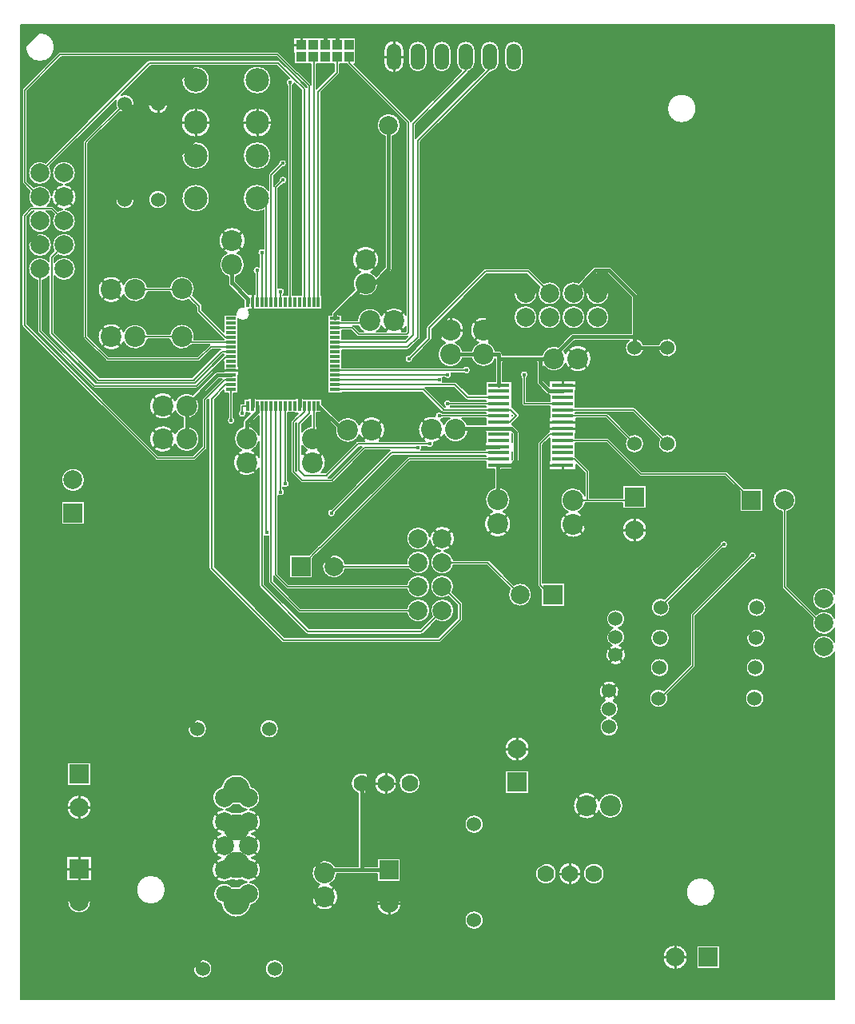
<source format=gbr>
%FSLAX35Y35*%
%MOIN*%
G04 EasyPC Gerber Version 18.0.8 Build 3632 *
%ADD25O,0.06000X0.11000*%
%ADD92R,0.01180X0.03937*%
%ADD97R,0.03937X0.03937*%
%ADD18R,0.07874X0.07874*%
%ADD10C,0.00500*%
%ADD29C,0.00800*%
%ADD12C,0.01000*%
%ADD27C,0.01575*%
%ADD16C,0.06000*%
%ADD134C,0.07000*%
%ADD93C,0.07087*%
%ADD26C,0.07874*%
%ADD17C,0.08661*%
%ADD71C,0.09843*%
%ADD94C,0.11024*%
%ADD91R,0.03937X0.01180*%
%ADD96R,0.08902X0.01496*%
X0Y0D02*
D02*
D10*
X96054Y350789D02*
G75*
G02X103705Y347394I2803J-4003D01*
G01*
G75*
G02X108247Y351937I5151J-609*
G01*
G75*
G02X108856Y361672I609J4849*
G01*
G75*
G02X109465Y351937J-4887*
G01*
G75*
G02Y341634I-609J-5151*
G01*
G75*
G02X108856Y331898I-609J-4849*
G01*
G75*
G02X104813Y339530J4887*
G01*
X103404Y340939*
X101432*
G75*
G02X98856Y331898I-2576J-4153*
G01*
G75*
G02X96281Y340939J4887*
G01*
X95745*
X93404Y338597*
Y293793*
X148304Y238892*
X162597*
X166513Y242808*
Y262356*
G75*
G02X166819Y263094I1044J0*
G01*
X174788Y271063*
X173426*
X164644Y262281*
G75*
G02X161469Y254616I-4606J-2582*
G01*
Y251002*
G75*
G02X165318Y245919I-1431J-5083*
G01*
G75*
G02X155200Y243801I-5281*
G01*
G75*
G02X144457Y245919I-5163J2119*
G01*
G75*
G02X155200Y248038I5581*
G01*
G75*
G02X158606Y251002I4837J-2119*
G01*
Y254616*
G75*
G02X155200Y257580I1431J5083*
G01*
G75*
G02X144457Y259699I-5163J2119*
G01*
G75*
G02X155200Y261817I5581*
G01*
G75*
G02X162620Y264305I4837J-2119*
G01*
X171821Y273506*
G75*
G02X172833Y273925I1012J-1012*
G01*
X175362*
Y276301*
X175663*
Y278140*
X164850Y267327*
G75*
G02X164112Y267021I-738J738*
G01*
X121593*
G75*
G02X120854Y267327I0J1044*
G01*
X98118Y290063*
G75*
G02X97813Y290801I738J738*
G01*
Y312011*
G75*
G02X98856Y321672I1044J4774*
G01*
G75*
G02X102576Y319955J-4887*
G01*
Y321766*
G75*
G02X102928Y322615I1201J0*
G01*
X104635Y324322*
G75*
G02X108856Y331672I4221J2463*
G01*
G75*
G02Y321898J-4887*
G01*
G75*
G02X106319Y322609J4887*
G01*
X104979Y321268*
Y319760*
G75*
G02X108856Y321672I3878J-2974*
G01*
G75*
G02Y311898J-4887*
G01*
G75*
G02X104979Y313811J4887*
G01*
Y290315*
X123763Y271530*
X162335*
X173991Y283186*
G75*
G02X174074Y283261I851J-848*
G01*
X170548*
X165736Y278449*
G75*
G02X164998Y278143I-738J738*
G01*
X127203*
G75*
G02X126465Y278449I0J1044*
G01*
X117213Y287701*
G75*
G02X116907Y288439I738J738*
G01*
Y369541*
G75*
G02X117213Y370280I1044J0*
G01*
X130788Y383855*
G75*
G02X130595Y387081I3501J1828*
G01*
X102957Y359444*
G75*
G02X98856Y351898I-4101J-2658*
G01*
G75*
G02Y361672J4887*
G01*
G75*
G02X101194Y361077J-4887*
G01*
X143676Y403560*
G75*
G02X144526Y403912I850J-849*
G01*
X198069*
G75*
G02X198911Y403567I0J-1201*
G01*
X205112Y397465*
G75*
G02X205119Y397457I-885J-843*
G01*
X209942Y392635*
G75*
G02X210017Y392552I-848J-851*
G01*
Y392830*
X205573Y397274*
G75*
G02X205106Y397543I271J1008*
G01*
X197440Y405210*
X107753*
X93502Y390959*
Y353340*
X96054Y350789*
X98856Y321898D02*
G75*
G02Y331672J4887D01*
G01*
G75*
G02Y321898J-4887*
G01*
X93404Y326785D02*
G36*
Y293793D01*
X148304Y238892*
X162597*
X166513Y242808*
Y262356*
G75*
G02X166819Y263094I1044J0*
G01*
X174788Y271063*
X173426*
X164644Y262281*
G75*
G02X161469Y254616I-4606J-2582*
G01*
Y251002*
G75*
G02X165318Y245919I-1431J-5083*
G01*
G75*
G02X155200Y243801I-5281*
G01*
G75*
G02X144457Y245919I-5163J2119*
G01*
G75*
G02X155200Y248038I5581*
G01*
G75*
G02X158606Y251002I4837J-2119*
G01*
Y254616*
G75*
G02X155200Y257580I1431J5083*
G01*
G75*
G02X144457Y259699I-5163J2119*
G01*
G75*
G02X155200Y261817I5581*
G01*
G75*
G02X162620Y264305I4837J-2119*
G01*
X171821Y273506*
G75*
G02X172833Y273925I1012J-1012*
G01*
X175362*
Y276301*
X175663*
Y278140*
X164850Y267327*
G75*
G02X164112Y267021I-738J738*
G01*
X121593*
G75*
G02X120854Y267327I0J1044*
G01*
X98118Y290063*
G75*
G02X97813Y290801I738J738*
G01*
Y312011*
G75*
G02X98856Y321672I1044J4774*
G01*
G75*
G02X102576Y319955J-4887*
G01*
Y321766*
G75*
G02X102928Y322615I1201J0*
G01*
X104635Y324322*
G75*
G02X103969Y326785I4221J2463*
G01*
X103743*
G75*
G02X98856Y321898I-4887*
G01*
G75*
G02X93969Y326785J4887*
G01*
X93404*
G37*
X93969D02*
G36*
G75*
G02X98856Y331672I4887D01*
G01*
G75*
G02X103743Y326785J-4887*
G01*
X103969*
G75*
G02X108856Y331672I4887*
G01*
G75*
G02Y321898J-4887*
G01*
G75*
G02X106319Y322609J4887*
G01*
X104979Y321268*
Y319760*
G75*
G02X108856Y321672I3878J-2974*
G01*
G75*
G02Y311898J-4887*
G01*
G75*
G02X104979Y313811J4887*
G01*
Y290315*
X123763Y271530*
X162335*
X173991Y283186*
G75*
G02X174074Y283261I851J-848*
G01*
X170548*
X165736Y278449*
G75*
G02X164998Y278143I-738J738*
G01*
X127203*
G75*
G02X126465Y278449I0J1044*
G01*
X117213Y287701*
G75*
G02X116907Y288439I738J738*
G01*
Y369541*
G75*
G02X117213Y370280I1044J0*
G01*
X130788Y383855*
G75*
G02X130595Y387081I3501J1828*
G01*
X102957Y359444*
G75*
G02X98856Y351898I-4101J-2658*
G01*
G75*
G02Y361672J4887*
G01*
G75*
G02X101194Y361077J-4887*
G01*
X143676Y403560*
G75*
G02X144526Y403912I850J-849*
G01*
X198069*
G75*
G02X198911Y403567I0J-1201*
G01*
X205112Y397465*
G75*
G02X205119Y397457I-885J-843*
G01*
X209942Y392635*
G75*
G02X210017Y392552I-848J-851*
G01*
Y392830*
X205573Y397274*
G75*
G02X205106Y397543I271J1008*
G01*
X197440Y405210*
X107753*
X93502Y390959*
Y353340*
X96054Y350789*
G75*
G02X103705Y347394I2803J-4003*
G01*
G75*
G02X108247Y351937I5151J-609*
G01*
G75*
G02X108856Y361672I609J4849*
G01*
G75*
G02X109465Y351937J-4887*
G01*
G75*
G02Y341634I-609J-5151*
G01*
G75*
G02X108856Y331898I-609J-4849*
G01*
G75*
G02X104813Y339530J4887*
G01*
X103404Y340939*
X101432*
G75*
G02X98856Y331898I-2576J-4153*
G01*
G75*
G02X96281Y340939J4887*
G01*
X95745*
X93404Y338597*
Y326785*
X93969*
G37*
X99900Y312011D02*
Y291233D01*
X122025Y269109*
X163680*
X175663Y281092*
Y281135*
X175338*
X164177Y269975*
G75*
G02X163030Y269128I-1148J354*
G01*
X123266*
G75*
G02X122417Y269480I0J1201*
G01*
X102928Y288968*
G75*
G02X102576Y289817I849J850*
G01*
Y313616*
G75*
G02X99900Y312011I-3720J3169*
G01*
G36*
Y291233*
X122025Y269109*
X163680*
X175663Y281092*
Y281135*
X175338*
X164177Y269975*
G75*
G02X163030Y269128I-1148J354*
G01*
X123266*
G75*
G02X122417Y269480I0J1201*
G01*
X102928Y288968*
G75*
G02X102576Y289817I849J850*
G01*
Y313616*
G75*
G02X99900Y312011I-3720J3169*
G01*
G37*
X101979Y343026D02*
X103837D01*
G75*
G02X104575Y342720I0J-1044*
G01*
X106328Y340967*
G75*
G02X108247Y341634I2529J-4182*
G01*
G75*
G02X103705Y346176I609J5151*
G01*
G75*
G02X101979Y343026I-4849J609*
G01*
G36*
X103837*
G75*
G02X104575Y342720I0J-1044*
G01*
X106328Y340967*
G75*
G02X108247Y341634I2529J-4182*
G01*
G75*
G02X103705Y346176I609J5151*
G01*
G75*
G02X101979Y343026I-4849J609*
G01*
G37*
X132210Y382325D02*
X118994Y369109D01*
Y288871*
X127635Y280231*
X164566*
X169378Y285043*
G75*
G02X169632Y285230I737J-739*
G01*
X162225*
G75*
G02X152932Y287494I-4117J3307*
G01*
X143757*
G75*
G02X133744Y286419I-5176J1044*
G01*
G75*
G02X123000Y288537I-5163J2119*
G01*
G75*
G02X133744Y290656I5581*
G01*
G75*
G02X143757Y289581I4837J-2119*
G01*
X152932*
G75*
G02X158108Y293818I5176J-1044*
G01*
G75*
G02X163246Y287317J-5281*
G01*
X175452*
G75*
G02X175369Y287393I768J923*
G01*
X164444Y298318*
G75*
G02X164092Y299167I849J850*
G01*
Y300933*
X160943Y304082*
G75*
G02X153006Y307179I-2835J4455*
G01*
X143757*
G75*
G02X133744Y306104I-5176J1044*
G01*
G75*
G02X123000Y308222I-5163J2119*
G01*
G75*
G02X133744Y310341I5581*
G01*
G75*
G02X143757Y309266I4837J-2119*
G01*
X152878*
G75*
G02X158108Y313818I5230J-729*
G01*
G75*
G02X162624Y305800J-5281*
G01*
X166143Y302280*
G75*
G02X166494Y301431I-849J-850*
G01*
Y299665*
X175663Y290496*
Y297656*
X180618*
G75*
G02X183931Y300965I2883J426*
G01*
Y302613*
G75*
G02X183882Y303006I1540J393*
G01*
Y303719*
X177860Y309650*
G75*
G02X177386Y310781I1115J1132*
G01*
Y313560*
G75*
G02X176856Y323433I1589J5036*
G01*
G75*
G02X178974Y334177I2119J5163*
G01*
G75*
G02X181093Y323433J-5581*
G01*
G75*
G02X180563Y313560I-2119J-4837*
G01*
Y311446*
X185865Y306224*
X188364*
Y314806*
G75*
G02X190332Y317666I1044J1389*
G01*
Y322286*
G75*
G02X192301Y325146I1044J1389*
G01*
Y341204*
G75*
G02X189407Y340442I-2893J5109*
G01*
G75*
G02Y352184J5871*
G01*
G75*
G02X194269Y349605J-5871*
G01*
Y356057*
G75*
G02X194575Y356795I1044J0*
G01*
X198317Y360537*
G75*
G02X198300Y360781I1720J245*
G01*
G75*
G02X201775I1737*
G01*
G75*
G02X199793Y359061I-1737*
G01*
X196357Y355625*
Y351324*
G75*
G02X196543Y351579I925J-483*
G01*
X198514Y353549*
G75*
G02X198497Y353793I1720J245*
G01*
G75*
G02X201972I1737*
G01*
G75*
G02X199990Y352073I-1737*
G01*
X198325Y350408*
Y308807*
G75*
G02X200294Y305948I925J-1471*
G01*
Y305923*
X202143*
Y393251*
G75*
G02X202830Y396340I1044J1389*
G01*
X197577Y401509*
X145023*
X132891Y389377*
G75*
G02X138239Y385683I1398J-3694*
G01*
G75*
G02X132210Y382325I-3950*
G01*
X138239Y345683D02*
G75*
G02X130339I-3950D01*
G01*
G75*
G02X138239I3950*
G01*
X152019D02*
G75*
G02X144119I-3950D01*
G01*
G75*
G02X152019I3950*
G01*
X152319Y385683D02*
G75*
G02X143819I-4250D01*
G01*
G75*
G02X152319I4250*
G01*
X163817Y340442D02*
G75*
G02Y352184J5871D01*
G01*
G75*
G02Y340442J-5871*
G01*
Y358158D02*
G75*
G02Y369901J5871D01*
G01*
G75*
G02Y358158J-5871*
G01*
Y371638D02*
G75*
G02Y383980J6171D01*
G01*
G75*
G02Y371638J-6171*
G01*
Y389654D02*
G75*
G02Y401397J5871D01*
G01*
G75*
G02Y389654J-5871*
G01*
X189407Y358158D02*
G75*
G02Y369901J5871D01*
G01*
G75*
G02Y358158J-5871*
G01*
Y371638D02*
G75*
G02Y383980J6171D01*
G01*
G75*
G02Y371638J-6171*
G01*
Y389654D02*
G75*
G02Y401397J5871D01*
G01*
G75*
G02Y389654J-5871*
G01*
X118994Y345683D02*
G36*
Y288871D01*
X127635Y280231*
X164566*
X169378Y285043*
G75*
G02X169632Y285230I737J-739*
G01*
X162225*
G75*
G02X152932Y287494I-4117J3307*
G01*
X143757*
G75*
G02X133744Y286419I-5176J1044*
G01*
G75*
G02X123000Y288537I-5163J2119*
G01*
G75*
G02X133744Y290656I5581*
G01*
G75*
G02X143757Y289581I4837J-2119*
G01*
X152932*
G75*
G02X158108Y293818I5176J-1044*
G01*
G75*
G02X163246Y287317J-5281*
G01*
X175452*
G75*
G02X175369Y287393I768J923*
G01*
X164444Y298318*
G75*
G02X164092Y299167I849J850*
G01*
Y300933*
X160943Y304082*
G75*
G02X153006Y307179I-2835J4455*
G01*
X143757*
G75*
G02X133744Y306104I-5176J1044*
G01*
G75*
G02X123000Y308222I-5163J2119*
G01*
G75*
G02X133744Y310341I5581*
G01*
G75*
G02X143757Y309266I4837J-2119*
G01*
X152878*
G75*
G02X158108Y313818I5230J-729*
G01*
G75*
G02X162624Y305800J-5281*
G01*
X166143Y302280*
G75*
G02X166494Y301431I-849J-850*
G01*
Y299665*
X175663Y290496*
Y297656*
X180618*
G75*
G02X183931Y300965I2883J426*
G01*
Y302613*
G75*
G02X183882Y303006I1540J393*
G01*
Y303719*
X177860Y309650*
G75*
G02X177386Y310781I1115J1132*
G01*
Y313560*
G75*
G02X176856Y323433I1589J5036*
G01*
G75*
G02X178974Y334177I2119J5163*
G01*
G75*
G02X181093Y323433J-5581*
G01*
G75*
G02X180563Y313560I-2119J-4837*
G01*
Y311446*
X185865Y306224*
X188364*
Y314806*
G75*
G02X190332Y317666I1044J1389*
G01*
Y322286*
G75*
G02X192301Y325146I1044J1389*
G01*
Y341204*
G75*
G02X189407Y340442I-2893J5109*
G01*
G75*
G02X183570Y345683J5871*
G01*
X169654*
G75*
G02X163817Y340442I-5837J630*
G01*
G75*
G02X157980Y345683J5871*
G01*
X152019*
G75*
G02X144119I-3950*
G01*
X138239*
G75*
G02X130339I-3950*
G01*
X118994*
G37*
X130339D02*
G36*
G75*
G02X138239I3950D01*
G01*
X144119*
G75*
G02X152019I3950*
G01*
X157980*
G75*
G02X163817Y352184I5837J630*
G01*
G75*
G02X169654Y345683J-5871*
G01*
X183570*
G75*
G02X189407Y352184I5837J630*
G01*
G75*
G02X194269Y349605J-5871*
G01*
Y356057*
G75*
G02X194575Y356795I1044J0*
G01*
X198317Y360537*
G75*
G02X198300Y360781I1720J245*
G01*
G75*
G02X201775I1737*
G01*
G75*
G02X199793Y359061I-1737*
G01*
X196357Y355625*
Y351324*
G75*
G02X196543Y351579I925J-483*
G01*
X198514Y353549*
G75*
G02X198497Y353793I1720J245*
G01*
G75*
G02X201972I1737*
G01*
G75*
G02X199990Y352073I-1737*
G01*
X198325Y350408*
Y308807*
G75*
G02X200294Y305948I925J-1471*
G01*
Y305923*
X202143*
Y364030*
X195279*
G75*
G02X189407Y358158I-5871*
G01*
G75*
G02X183536Y364030J5871*
G01*
X169688*
G75*
G02X163817Y358158I-5871*
G01*
G75*
G02X157946Y364030J5871*
G01*
X118994*
Y345683*
X130339*
G37*
X138239Y385683D02*
G36*
G75*
G02X132210Y382325I-3950D01*
G01*
X127694Y377809*
X157646*
G75*
G02X163817Y383980I6171*
G01*
G75*
G02X169988Y377809J-6171*
G01*
X183236*
G75*
G02X189407Y383980I6171*
G01*
G75*
G02X195579Y377809J-6171*
G01*
X202143*
Y385683*
X152319*
G75*
G02X143819I-4250*
G01*
X138239*
G37*
X143819D02*
G36*
G75*
G02X152319I4250D01*
G01*
X202143*
Y393251*
G75*
G02X201693Y395526I1044J1389*
G01*
X195279*
G75*
G02X189407Y389654I-5871*
G01*
G75*
G02X183536Y395526J5871*
G01*
X169688*
G75*
G02X163817Y389654I-5871*
G01*
G75*
G02X157946Y395526J5871*
G01*
X139039*
X132891Y389377*
G75*
G02X138239Y385683I1398J-3694*
G01*
X143819*
G37*
X157946Y364030D02*
G36*
G75*
G02X163817Y369901I5871D01*
G01*
G75*
G02X169688Y364030J-5871*
G01*
X183536*
G75*
G02X189407Y369901I5871*
G01*
G75*
G02X195279Y364030J-5871*
G01*
X202143*
Y377809*
X195579*
G75*
G02X189407Y371638I-6171*
G01*
G75*
G02X183236Y377809J6171*
G01*
X169988*
G75*
G02X163817Y371638I-6171*
G01*
G75*
G02X157646Y377809J6171*
G01*
X127694*
X118994Y369109*
Y364030*
X157946*
G37*
Y395526D02*
G36*
G75*
G02X163817Y401397I5871D01*
G01*
G75*
G02X169688Y395526J-5871*
G01*
X183536*
G75*
G02X189407Y401397I5871*
G01*
G75*
G02X195279Y395526J-5871*
G01*
X201693*
G75*
G02X202830Y396340I1494J-886*
G01*
X197577Y401509*
X145023*
X139039Y395526*
X157946*
G37*
X176355Y91385D02*
G75*
G02X179021Y90257I-609J-5152D01*
G01*
G75*
G02X182471I1725J-6227*
G01*
G75*
G02X185137Y91385I3275J-4023*
G01*
G75*
G02X181871Y93257I609J4849*
G01*
G75*
G02X180746Y93158I-1126J6363*
G01*
G75*
G02X179621Y93257I1J6462*
G01*
G75*
G02X176355Y91385I-3876J2977*
G01*
G36*
G75*
G02X179021Y90257I-609J-5152*
G01*
G75*
G02X182471I1725J-6227*
G01*
G75*
G02X185137Y91385I3275J-4023*
G01*
G75*
G02X181871Y93257I609J4849*
G01*
G75*
G02X180746Y93158I-1126J6363*
G01*
G75*
G02X179621Y93257I1J6462*
G01*
G75*
G02X176355Y91385I-3876J2977*
G01*
G37*
X186665Y251113D02*
G75*
G02X190175Y247454I-1589J-5036D01*
G01*
Y255669*
X186665Y252239*
Y251113*
G36*
G75*
G02X190175Y247454I-1589J-5036*
G01*
Y255669*
X186665Y252239*
Y251113*
G37*
X187195Y241240D02*
G75*
G02X190175Y238347I-2119J-5163D01*
G01*
Y244700*
G75*
G02X187195Y241240I-5098J1377*
G01*
G36*
G75*
G02X190175Y238347I-2119J-5163*
G01*
Y244700*
G75*
G02X187195Y241240I-5098J1377*
G01*
G37*
X204231Y305923D02*
X207891D01*
Y391288*
X204889Y394290*
G75*
G02X204231Y393251I-1702J350*
G01*
Y305923*
G36*
X207891*
Y391288*
X204889Y394290*
G75*
G02X204231Y393251I-1702J350*
G01*
Y305923*
G37*
X205742Y252608D02*
X205609Y252475D01*
Y232670*
X205822Y232457*
G75*
G02X205726Y232927I1106J470*
G01*
Y252415*
G75*
G02X205742Y252608I1200J-1*
G01*
G36*
X205609Y252475*
Y232670*
X205822Y232457*
G75*
G02X205726Y232927I1106J470*
G01*
Y252415*
G75*
G02X205742Y252608I1200J-1*
G01*
G37*
X208128Y239498D02*
G75*
G02X210419Y241240I4409J-3421D01*
G01*
G75*
G02X208128Y243170I2119J4837*
G01*
Y239498*
G36*
G75*
G02X210419Y241240I4409J-3421*
G01*
G75*
G02X208128Y243170I2119J4837*
G01*
Y239498*
G37*
Y248983D02*
G75*
G02X211986Y251329I4409J-2906D01*
G01*
Y255783*
G75*
G02X211910Y255700I-923J768*
G01*
X208128Y251918*
Y248983*
G36*
G75*
G02X211986Y251329I4409J-2906*
G01*
Y255783*
G75*
G02X211910Y255700I-923J768*
G01*
X208128Y251918*
Y248983*
G37*
X214073Y251129D02*
G75*
G02X214656Y241240I-1536J-5052D01*
G01*
G75*
G02X216309Y231963I-2119J-5163*
G01*
X218139*
X230780Y244698*
G75*
G02X231632Y245054I853J-846*
G01*
X234091*
G75*
G02X232079Y247541I3151J4606*
G01*
G75*
G02X222050Y250623I-4837J2119*
G01*
X215891Y256781*
X214073*
Y251129*
G36*
G75*
G02X214656Y241240I-1536J-5052*
G01*
G75*
G02X216309Y231963I-2119J-5163*
G01*
X218139*
X230780Y244698*
G75*
G02X231632Y245054I853J-846*
G01*
X234091*
G75*
G02X232079Y247541I3151J4606*
G01*
G75*
G02X222050Y250623I-4837J2119*
G01*
X215891Y256781*
X214073*
Y251129*
G37*
Y391863D02*
G75*
G02X214154Y391951I924J-769D01*
G01*
X221513Y399217*
Y402293*
X214073*
Y391863*
G36*
G75*
G02X214154Y391951I924J-769*
G01*
X221513Y399217*
Y402293*
X214073*
Y391863*
G37*
X219269Y229739D02*
X220176D01*
X233089Y242651*
X232132*
X219493Y229916*
G75*
G02X219269Y229739I-853J847*
G01*
G36*
X220176*
X233089Y242651*
X232132*
X219493Y229916*
G75*
G02X219269Y229739I-853J847*
G01*
G37*
X224805Y287475D02*
X251115D01*
X252300Y288661*
G75*
G02X251711Y288478I-590J861*
G01*
X231730*
G75*
G02X230992Y288783I0J1044*
G01*
X228641Y291135*
X224805*
Y287475*
G36*
X251115*
X252300Y288661*
G75*
G02X251711Y288478I-590J861*
G01*
X231730*
G75*
G02X230992Y288783I0J1044*
G01*
X228641Y291135*
X224805*
Y287475*
G37*
X229557Y293104D02*
G75*
G02X229811Y292917I-483J-925D01*
G01*
X232163Y290565*
X233842*
G75*
G02X231619Y293104I2652J4566*
G01*
X229557*
G36*
G75*
G02X229811Y292917I-483J-925*
G01*
X232163Y290565*
X233842*
G75*
G02X231619Y293104I2652J4566*
G01*
X229557*
G37*
X239146Y290565D02*
X243286D01*
G75*
G02X241331Y293013I3208J4567*
G01*
G75*
G02X239146Y290565I-4837J2119*
G01*
G36*
X243286*
G75*
G02X241331Y293013I3208J4567*
G01*
G75*
G02X239146Y290565I-4837J2119*
G01*
G37*
X249702D02*
X251278D01*
X251553Y290840*
Y292775*
G75*
G02X249702Y290565I-5059J2357*
G01*
G36*
X251278*
X251553Y290840*
Y292775*
G75*
G02X249702Y290565I-5059J2357*
G01*
G37*
X257984Y241392D02*
X284581D01*
Y244748*
X284880*
Y248996*
X277452*
G75*
G02X267405Y247738I-5210J860*
G01*
G75*
G02X263121Y244345I-5163J2119*
G01*
G75*
G02X260200Y242651I-1666J-493*
G01*
X258107*
G75*
G02X257984Y241392I-1672J-472*
G01*
G36*
X284581*
Y244748*
X284880*
Y248996*
X277452*
G75*
G02X267405Y247738I-5210J860*
G01*
G75*
G02X263121Y244345I-5163J2119*
G01*
G75*
G02X260200Y242651I-1666J-493*
G01*
X258107*
G75*
G02X257984Y241392I-1672J-472*
G01*
G37*
X259630Y267356D02*
X267661Y259325D01*
X267827*
G75*
G02X267198Y260663I1108J1338*
G01*
G75*
G02X270324Y261707I1737*
G01*
X284880*
Y262041*
X277203*
G75*
G02X276354Y262393I0J1201*
G01*
X271390Y267356*
X259630*
G36*
X267661Y259325*
X267827*
G75*
G02X267198Y260663I1108J1338*
G01*
G75*
G02X270324Y261707I1737*
G01*
X284880*
Y262041*
X277203*
G75*
G02X276354Y262393I0J1201*
G01*
X271390Y267356*
X259630*
G37*
X266049Y253937D02*
G75*
G02X267405Y251975I-3807J-4081D01*
G01*
G75*
G02X269731Y254502I4837J-2119*
G01*
X266781*
G75*
G02X266049Y253937I-1389J1044*
G01*
G36*
G75*
G02X267405Y251975I-3807J-4081*
G01*
G75*
G02X269731Y254502I4837J-2119*
G01*
X266781*
G75*
G02X266049Y253937I-1389J1044*
G01*
G37*
X270043Y259325D02*
X284880D01*
Y259620*
X270324*
G75*
G02X270043Y259325I-1389J1044*
G01*
G36*
X284880*
Y259620*
X270324*
G75*
G02X270043Y259325I-1389J1044*
G01*
G37*
X274754Y254502D02*
G75*
G02X277129Y251858I-2511J-4645D01*
G01*
X284880*
Y254502*
X274754*
G36*
G75*
G02X277129Y251858I-2511J-4645*
G01*
X284880*
Y254502*
X274754*
G37*
X295683Y237290D02*
X295850Y237457D01*
Y240752*
X295683*
Y237290*
G36*
X295850Y237457*
Y240752*
X295683*
Y237290*
G37*
Y244748D02*
X295850D01*
Y248082*
X295683Y248250*
Y244748*
G36*
X295850*
Y248082*
X295683Y248250*
Y244748*
G37*
Y255460D02*
X295980Y255759D01*
X295683Y256055*
Y255460*
G36*
X295980Y255759*
X295683Y256055*
Y255460*
G37*
X408361Y215653D02*
G75*
G02X409405Y225314I1044J4774D01*
G01*
G75*
G02X410449Y215653J-4887*
G01*
Y184737*
X422535Y172651*
G75*
G02X430325Y171429I3447J-3464*
G01*
Y176945*
G75*
G02X425982Y174300I-4343J2242*
G01*
G75*
G02Y184074J4887*
G01*
G75*
G02X430325Y181429J-4887*
G01*
Y418687*
X90931*
Y12364*
X430325*
Y156945*
G75*
G02X425982Y154300I-4343J2242*
G01*
G75*
G02Y164074J4887*
G01*
G75*
G02X430325Y161429J-4887*
G01*
Y166945*
G75*
G02X421386Y170848I-4343J2242*
G01*
X408667Y183567*
G75*
G02X408361Y184305I738J738*
G01*
Y215653*
X94638Y349252D02*
X91720Y352169D01*
G75*
G02X91415Y352907I738J738*
G01*
Y391392*
G75*
G02X91720Y392130I1044J0*
G01*
X106583Y406992*
G75*
G02X107321Y407298I738J-738*
G01*
X197872*
G75*
G02X198610Y406992I0J-1044*
G01*
X206313Y399289*
G75*
G02X206780Y399020I-271J-1008*
G01*
X211799Y394000*
G75*
G02X211986Y393746I-739J-737*
G01*
Y402293*
X204797*
Y406992*
X204496*
Y413429*
X210933*
Y413128*
X214496*
Y413429*
X225933*
Y413128*
X230632*
Y402293*
X229687*
X252868Y379112*
G75*
G02X253626Y378274I-271J-1008*
G01*
X268751Y393399*
X274635Y399384*
G75*
G02X272545Y402868I1859J3484*
G01*
Y407868*
G75*
G02X280443I3949*
G01*
Y402868*
G75*
G02X277593Y399075I-3949*
G01*
G75*
G02X277351Y398719I-1098J485*
G01*
X270461Y391711*
G75*
G02X270454Y391704I-839J878*
G01*
X255668Y376918*
Y371260*
X274188Y389780*
G75*
G02X274193Y389785I848J-843*
G01*
X284189Y399661*
G75*
G02X282545Y402868I2305J3207*
G01*
Y407868*
G75*
G02X290443I3949*
G01*
Y402868*
G75*
G02X286875Y398938I-3949*
G01*
X275884Y388079*
X257636Y369831*
Y288439*
G75*
G02X257284Y287590I-1201J0*
G01*
X253150Y283456*
G75*
G02X252301Y283104I-850J849*
G01*
X224805*
Y275506*
X275194*
G75*
G02X278448Y274659I1517J-847*
G01*
G75*
G02X275494Y273419I-1737*
G01*
X270513*
G75*
G02X267719Y271450I-1578J-728*
G01*
X266863*
G75*
G02X266950Y269758I-1471J-925*
G01*
X271888*
G75*
G02X272737Y269406I0J-1201*
G01*
X277700Y264443*
X284880*
Y270037*
X288850*
Y279006*
G75*
G02X288807Y279254I1430J380*
G01*
G75*
G02X278813Y279764I-4911J1941*
G01*
X275199*
G75*
G02X270116Y275914I-5083J1431*
G01*
G75*
G02X267998Y286032J5281*
G01*
G75*
G02X270116Y296776I2119J5163*
G01*
G75*
G02X272235Y286032J-5581*
G01*
G75*
G02X275199Y282626I-2119J-4837*
G01*
X278813*
G75*
G02X281777Y286032I5083J-1431*
G01*
G75*
G02X283896Y296776I2119J5163*
G01*
G75*
G02X286014Y286032J-5581*
G01*
G75*
G02X288979Y282626I-2119J-4837*
G01*
X290281*
G75*
G02X291713Y281195J-1431*
G01*
Y280815*
X307139*
G75*
G02X307896I378J-1430*
G01*
X308183*
G75*
G02X315108Y284333I5083J-1431*
G01*
X320325Y289549*
G75*
G02X321337Y289969I1012J-1012*
G01*
X345457*
Y305070*
X335665Y314862*
X331241*
X325564Y309186*
G75*
G02X326263Y306667I-4188J-2519*
G01*
G75*
G02X316489I-4887*
G01*
G75*
G02X323431Y311101I4887*
G01*
X329636Y317305*
G75*
G02X330648Y317724I1012J-1012*
G01*
X336258*
G75*
G02X337270Y317305I0J-1431*
G01*
X347900Y306675*
G75*
G02X348319Y305663I-1012J-1012*
G01*
Y287632*
G75*
G02X350569Y285382I-1431J-3681*
G01*
X356986*
G75*
G02X364617Y283951I3681J-1431*
G01*
G75*
G02X356986Y282520I-3950*
G01*
X350569*
G75*
G02X342938Y283951I-3681J1431*
G01*
G75*
G02X344512Y287106I3950*
G01*
X321930*
X317441Y282617*
G75*
G02X318103Y281502I-4175J-3233*
G01*
G75*
G02X328846Y279384I5163J-2119*
G01*
G75*
G02X318103Y277265I-5581*
G01*
G75*
G02X308949Y276343I-4837J2119*
G01*
Y270134*
X311179Y267904*
Y270339*
X322581*
Y266343*
X322281*
Y259148*
X346514*
G75*
G02X347252Y258843I0J-1044*
G01*
X358711Y247383*
G75*
G02X364617Y243951I1956J-3432*
G01*
G75*
G02X356717I-3950*
G01*
G75*
G02X357235Y245907I3950J0*
G01*
X346081Y257061*
X322281*
Y256589*
X335293*
G75*
G02X336031Y256283I0J-1044*
G01*
X344932Y247383*
G75*
G02X350838Y243951I1956J-3432*
G01*
G75*
G02X342938I-3950*
G01*
G75*
G02X343456Y245907I3950J0*
G01*
X334861Y254502*
X322581*
Y248429*
X322281*
Y246353*
X335490*
G75*
G02X336228Y246047I0J-1044*
G01*
X349879Y232396*
X384978*
G75*
G02X385717Y232091I0J-1044*
G01*
X392494Y225313*
X400514*
Y215541*
X390738*
Y224117*
X384546Y230309*
X349447*
G75*
G02X348709Y230614I0J1044*
G01*
X335058Y244265*
X322281*
Y238506*
G75*
G02X322449Y238370I-569J-874*
G01*
X327941Y232878*
G75*
G02X328246Y232140I-738J-738*
G01*
Y221372*
X342002*
Y226577*
X351774*
Y216801*
X342002*
Y219285*
X326474*
G75*
G02X323416Y215492I-5176J1044*
G01*
G75*
G02X321297Y204748I-2119J-5163*
G01*
G75*
G02X319179Y215492J5581*
G01*
G75*
G02X321297Y225609I2119J4837*
G01*
G75*
G02X326159Y222390J-5281*
G01*
Y231707*
X322581Y235286*
Y233075*
X311179*
Y237071*
X311478*
Y246416*
X308561Y243499*
Y185844*
X317703*
Y176073*
X307927*
Y183010*
X306780Y184157*
G75*
G02X306474Y184896I738J738*
G01*
Y243931*
G75*
G02X306780Y244669I1044J0*
G01*
X310717Y248606*
G75*
G02X311179Y248875I738J-739*
G01*
Y254984*
X311478*
Y259620*
X300825*
G75*
G02X299781Y260663J1044*
G01*
Y271302*
G75*
G02X299087Y272691I1044J1389*
G01*
G75*
G02X302562I1737*
G01*
G75*
G02X301869Y271302I-1737*
G01*
Y261707*
X311478*
Y264350*
X311278*
G75*
G02X310266Y264770I0J1431*
G01*
X306506Y268530*
G75*
G02X306087Y269541I1012J1012*
G01*
Y277953*
X291713*
Y270037*
X295683*
Y259253*
G75*
G02X296182Y258954I-350J-1149*
G01*
X298524Y256611*
G75*
G02X298528Y254915I-849J-850*
G01*
X295772Y252140*
G75*
G02X295683Y252059I-852J846*
G01*
Y251850*
G75*
G02X296541Y251439I-154J-1423*
G01*
X298293Y249687*
G75*
G02X298713Y248675I-1012J-1012*
G01*
Y236864*
G75*
G02X298293Y235852I-1431J0*
G01*
X296502Y234061*
G75*
G02X295683Y233655I-1012J1012*
G01*
Y233376*
X291232*
Y225569*
G75*
G02X291920Y215649I-1431J-5083*
G01*
G75*
G02X289801Y204906I-2119J-5163*
G01*
G75*
G02X287683Y215649J5581*
G01*
G75*
G02X288370Y225569I2119J4837*
G01*
Y233376*
X284880*
Y236588*
X253206*
X216524Y199906*
G75*
G02X216081Y199643I-738J738*
G01*
X212620Y196182*
Y187884*
X202844*
Y197656*
X211142*
X214868Y201382*
G75*
G02X215310Y201645I738J-738*
G01*
X252035Y238370*
G75*
G02X252774Y238676I738J-738*
G01*
X284880*
Y238990*
X245988*
X222145Y215147*
G75*
G02X222149Y215031I-1731J-117*
G01*
G75*
G02X218674I-1737*
G01*
G75*
G02X220369Y216768I1737*
G01*
X244641Y241040*
G75*
G02X244748Y241135I850J-848*
G01*
X234525*
X221813Y228424*
G75*
G02X220805Y227651I-1008J271*
G01*
X208108*
G75*
G02X207370Y227957I0J1044*
G01*
X203827Y231500*
G75*
G02X203521Y232238I738J738*
G01*
Y252907*
G75*
G02X203827Y253646I1044J0*
G01*
X206662Y256480*
X205285*
Y256781*
X202262*
Y228607*
G75*
G02X200294Y225748I-1044J-1389*
G01*
Y225163*
G75*
G02X198325Y222303I-1044J-1389*
G01*
Y189659*
X202556Y185428*
X251877*
G75*
G02X256652Y189271I4774J-1044*
G01*
G75*
G02Y179497J-4887*
G01*
G75*
G02X251877Y183340J4887*
G01*
X202124*
G75*
G02X201386Y183646I0J1044*
G01*
X196543Y188488*
G75*
G02X196357Y188743I739J737*
G01*
Y186706*
X207635Y175428*
X251877*
G75*
G02X256652Y179271I4774J-1044*
G01*
G75*
G02Y169497J-4887*
G01*
G75*
G02X251877Y173340J4887*
G01*
X207203*
G75*
G02X206465Y173646I0J1044*
G01*
X194575Y185535*
G75*
G02X194269Y186274I738J738*
G01*
Y205415*
G75*
G02X192577Y205437I-826J1528*
G01*
Y185393*
X211165Y166806*
X257414*
X262467Y171859*
G75*
G02X266652Y179271I4184J2525*
G01*
G75*
G02Y169497J-4887*
G01*
G75*
G02X264176Y170170I0J4887*
G01*
X258761Y164755*
G75*
G02X257911Y164403I-850J849*
G01*
X210667*
G75*
G02X209818Y164755I0J1201*
G01*
X190527Y184046*
G75*
G02X190175Y184896I849J850*
G01*
Y233806*
G75*
G02X185077Y230496I-5098J2270*
G01*
G75*
G02X182958Y241240J5581*
G01*
G75*
G02X183488Y251113I2119J4837*
G01*
Y252907*
G75*
G02X183967Y254044I1589*
G01*
X186460Y256480*
X185600*
Y256781*
X184912*
G75*
G02X184944Y256451I-1706J-331*
G01*
G75*
G02X181469I-1737*
G01*
G75*
G02X182163Y257840I1737*
G01*
Y259699*
G75*
G02X183207Y260743I1044*
G01*
X183931*
Y262616*
X185600*
Y262917*
X189278*
Y262616*
X205285*
Y262917*
X208963*
Y262616*
X216537*
Y260183*
X223419Y253302*
G75*
G02X232079Y251778I3823J-3643*
G01*
G75*
G02X242823Y249659I5163J-2119*
G01*
G75*
G02X240393Y245054I-5581*
G01*
X259400*
G75*
G02X263680Y255249I2842J4803*
G01*
G75*
G02X263654Y255545I1711J297*
G01*
G75*
G02X266781Y256589I1737*
G01*
X284880*
Y256923*
X267163*
G75*
G02X266314Y257275I0J1201*
G01*
X258201Y265387*
X224805*
Y265049*
X218970*
Y297656*
X220457*
Y297927*
G75*
G02X220876Y298939I1431J0*
G01*
X230077Y308140*
G75*
G02X232565Y315559I4606J2582*
G01*
G75*
G02X234683Y326303I2119J5163*
G01*
G75*
G02X236802Y315559J-5581*
G01*
G75*
G02X239059Y313678I-2119J-4837*
G01*
X242898Y317516*
Y372054*
G75*
G02X239442Y376726I1431J4673*
G01*
G75*
G02X249216I4887*
G01*
G75*
G02X245760Y372054I-4887*
G01*
Y316923*
G75*
G02X245341Y315911I-1431J0*
G01*
X239960Y310531*
G75*
G02X232101Y306116I-5277J191*
G01*
X223640Y297656*
X224805*
Y295191*
X231214*
G75*
G02X241331Y297250I5280J-59*
G01*
G75*
G02X251553Y297489I5163J-2119*
G01*
Y377475*
X227154Y401874*
G75*
G02X226898Y402293I739J737*
G01*
X223916*
Y398715*
G75*
G02X223558Y397860I-1201J0*
G01*
X216199Y390594*
Y305923*
X216537*
Y300089*
X189278*
Y299787*
X185866*
G75*
G02X181498Y295964I-2364J-1706*
G01*
Y276301*
X181799*
Y272624*
X181498*
Y265049*
X179624*
Y254985*
G75*
G02X180318Y253596I-1044J-1389*
G01*
G75*
G02X176843I-1737*
G01*
G75*
G02X177537Y254985I1737*
G01*
Y265049*
X175663*
Y266205*
X171711Y262252*
Y192480*
X200929Y163262*
X264894*
X272852Y171220*
Y176524*
X269176Y180200*
G75*
G02X266652Y179497I-2525J4184*
G01*
G75*
G02Y189271J4887*
G01*
G75*
G02X270865Y181908J-4887*
G01*
X274902Y177871*
G75*
G02X275254Y177022I-849J-850*
G01*
Y170722*
G75*
G02X274902Y169873I-1201J0*
G01*
X266241Y161212*
G75*
G02X265392Y160860I-850J849*
G01*
X200431*
G75*
G02X199582Y161212I0J1201*
G01*
X169661Y191133*
G75*
G02X169309Y191982I849J850*
G01*
Y262632*
X168601Y261924*
Y242376*
G75*
G02X168295Y241638I-1044J0*
G01*
X163768Y237110*
G75*
G02X163030Y236805I-738J738*
G01*
X147872*
G75*
G02X147134Y237110I0J1044*
G01*
X91622Y292622*
G75*
G02X91317Y293360I738J738*
G01*
Y339030*
G75*
G02X91622Y339768I1044J0*
G01*
X94575Y342720*
G75*
G02X95313Y343026I738J-738*
G01*
X95734*
G75*
G02X94638Y349252I3122J3759*
G01*
X98856Y415373D02*
G75*
G02Y403237J-6068D01*
G01*
G75*
G02Y415373J6068*
G01*
X107749Y228811D02*
G75*
G02X117523I4887D01*
G01*
G75*
G02X107749I-4887*
G01*
X107750Y210144D02*
Y219919D01*
X117522*
Y210144*
X107750*
X120081Y111026D02*
Y101250D01*
X110309*
Y111026*
X120081*
X120082Y52989D02*
G75*
G02X110308I-4887D01*
G01*
G75*
G02X120082I4887*
G01*
X120382Y71955D02*
Y61581D01*
X110008*
Y71955*
X120382*
Y92359D02*
G75*
G02X110008I-5187D01*
G01*
G75*
G02X120382I5187*
G01*
X145116Y63995D02*
G75*
G02Y51859J-6068D01*
G01*
G75*
G02Y63995J6068*
G01*
X164467Y121103D02*
G75*
G02Y129003J3950D01*
G01*
G75*
G02Y121103J-3950*
G01*
X166730Y28905D02*
G75*
G02Y21005J-3950D01*
G01*
G75*
G02Y28905J3950*
G01*
X174345Y51965D02*
G75*
G02X175746Y60728I1401J4269D01*
G01*
G75*
G02X179190Y59120J-4493*
G01*
G75*
G02X180746Y59310I1556J-6272*
G01*
G75*
G02X181871Y59211I-1J-6462*
G01*
G75*
G02X185137Y61083I3876J-2977*
G01*
G75*
G02X182769Y61987I609J5151*
G01*
G75*
G02X180746Y61677I-2022J6453*
G01*
G75*
G02X178723Y61987I-1J6762*
G01*
G75*
G02X175746Y61047I-2977J4247*
G01*
G75*
G02X174366Y71234J5187*
G01*
G75*
G02Y81234I1380J5000*
G01*
G75*
G02X175137Y91385I1380J5000*
G01*
G75*
G02X174420Y100938I609J4849*
G01*
G75*
G02X187072I6326J-1318*
G01*
G75*
G02X186355Y91385I-1326J-4704*
G01*
G75*
G02X187126Y81234I-609J-5151*
G01*
G75*
G02Y71234I-1380J-5000*
G01*
G75*
G02X186355Y61083I-1380J-5000*
G01*
G75*
G02X187072Y51531I-609J-4849*
G01*
G75*
G02X174345Y51965I-6326J1318*
G01*
X194467Y121103D02*
G75*
G02Y129003J3950D01*
G01*
G75*
G02Y121103J-3950*
G01*
X196730Y28905D02*
G75*
G02Y21005J-3950D01*
G01*
G75*
G02Y28905J3950*
G01*
X215439Y60177D02*
G75*
G02X217557Y70294I2119J4837D01*
G01*
G75*
G02X222156Y67609J-5281*
G01*
X231618*
Y98103*
G75*
G02X233049Y106767I1431J4214*
G01*
G75*
G02X234480Y98103J-4450*
G01*
Y67609*
X239541*
Y71065*
X249313*
Y61289*
X239541*
Y64746*
X222831*
G75*
G02X219676Y60177I-5274J268*
G01*
G75*
G02X217557Y49433I-2119J-5163*
G01*
G75*
G02X215439Y60177J5581*
G01*
X226286Y191726D02*
G75*
G02X221511Y187883I-4774J1044D01*
G01*
G75*
G02Y197657J4887*
G01*
G75*
G02X226286Y193813J-4887*
G01*
X251798*
G75*
G02X256652Y199271I4854J570*
G01*
G75*
G02Y189497J-4887*
G01*
G75*
G02X252550Y191726J4887*
G01*
X226286*
X242244Y402868D02*
Y407868D01*
G75*
G02X250744I4250*
G01*
Y402868*
G75*
G02X242244I-4250*
G01*
X243049Y97567D02*
G75*
G02Y107067J4750D01*
G01*
G75*
G02Y97567J-4750*
G01*
X249614Y52398D02*
G75*
G02X239240I-5187D01*
G01*
G75*
G02X249614I5187*
G01*
X252545Y402868D02*
Y407868D01*
G75*
G02X260443I3949*
G01*
Y402868*
G75*
G02X252545I-3949*
G01*
X252743Y281022D02*
X259958Y288153D01*
Y292179*
G75*
G02X260310Y293028I1201J0*
G01*
X283932Y316650*
G75*
G02X284781Y317002I850J-849*
G01*
X302419*
G75*
G02X303269Y316650I0J-1201*
G01*
X308988Y310931*
G75*
G02X316263Y306667I2388J-4264*
G01*
G75*
G02X306489I-4887*
G01*
G75*
G02X307244Y309278I4887*
G01*
X301922Y314600*
X285279*
X262361Y291681*
Y287652*
G75*
G02X262004Y286797I-1201*
G01*
X254432Y279313*
G75*
G02X254432Y279285I-1729J-38*
G01*
G75*
G02X250957I-1737*
G01*
G75*
G02X252743Y281022I1737*
G01*
X253049Y97867D02*
G75*
G02Y106767J4450D01*
G01*
G75*
G02Y97867J-4450*
G01*
X261500Y203775D02*
G75*
G02X256652Y199497I-4849J609D01*
G01*
G75*
G02Y209271J4887*
G01*
G75*
G02X261500Y204993J-4887*
G01*
G75*
G02X266652Y209571I5151J-609*
G01*
G75*
G02X267261Y199233J-5187*
G01*
G75*
G02X271426Y195428I-609J-4849*
G01*
X285611*
G75*
G02X286349Y195122I0J-1044*
G01*
X296398Y185072*
G75*
G02X299036Y185846I2638J-4114*
G01*
G75*
G02Y176072J-4887*
G01*
G75*
G02X294922Y183596J4887*
G01*
X285178Y193340*
X271426*
G75*
G02X266652Y189497I-4774J1044*
G01*
G75*
G02X266043Y199233J4887*
G01*
G75*
G02X261500Y203775I609J5151*
G01*
X262545Y402868D02*
Y407868D01*
G75*
G02X270443I3949*
G01*
Y402868*
G75*
G02X262545I-3949*
G01*
X276009Y45230D02*
G75*
G02X283909I3950D01*
G01*
G75*
G02X276009I-3950*
G01*
Y85230D02*
G75*
G02X283909I3950D01*
G01*
G75*
G02X276009I-3950*
G01*
X292545Y402868D02*
Y407868D01*
G75*
G02X300443I3949*
G01*
Y402868*
G75*
G02X292545I-3949*
G01*
X292685Y116606D02*
G75*
G02X303059I5187D01*
G01*
G75*
G02X292685I-5187*
G01*
X292986Y97939D02*
Y107715D01*
X302758*
Y97939*
X292986*
X306263Y296667D02*
G75*
G02X296489I-4887D01*
G01*
G75*
G02X306263I4887*
G01*
Y306667D02*
G75*
G02X296489I-4887D01*
G01*
G75*
G02X306263I4887*
G01*
X309919Y69070D02*
G75*
G02Y60170J-4450D01*
G01*
G75*
G02Y69070J4450*
G01*
X316263Y296667D02*
G75*
G02X306489I-4887D01*
G01*
G75*
G02X316263I4887*
G01*
X319919Y69370D02*
G75*
G02Y59870J-4750D01*
G01*
G75*
G02Y69370J4750*
G01*
X326263Y296667D02*
G75*
G02X316489I-4887D01*
G01*
G75*
G02X326263I4887*
G01*
X329919Y69070D02*
G75*
G02Y60170J-4450D01*
G01*
G75*
G02Y69070J4450*
G01*
X332011Y90848D02*
G75*
G02X321268Y92967I-5163J2119D01*
G01*
G75*
G02X332011Y95085I5581*
G01*
G75*
G02X342129Y92967I4837J-2119*
G01*
G75*
G02X332011Y90848I-5281*
G01*
X334602Y136887D02*
G75*
G02X336258Y145051I1656J3914D01*
G01*
G75*
G02X337914Y136887J-4250*
G01*
G75*
G02X337499Y129551I-1656J-3586*
G01*
G75*
G02X336258Y121851I-1241J-3750*
G01*
G75*
G02X335017Y129551J3950*
G01*
G75*
G02X334602Y136887I1241J3750*
G01*
X336263Y296667D02*
G75*
G02X326489I-4887D01*
G01*
G75*
G02X336263I4887*
G01*
Y306667D02*
G75*
G02X326489I-4887D01*
G01*
G75*
G02X336263I4887*
G01*
X337357Y159774D02*
G75*
G02X337773Y167110I1656J3586D01*
G01*
G75*
G02X339014Y174810I1241J3750*
G01*
G75*
G02X340255Y167110J-3950*
G01*
G75*
G02X340670Y159774I-1241J-3750*
G01*
G75*
G02X339014Y151610I-1656J-3914*
G01*
G75*
G02X337357Y159774J4250*
G01*
X352075Y207910D02*
G75*
G02X341701I-5187D01*
G01*
G75*
G02X352075I5187*
G01*
X357321Y154495D02*
G75*
G02Y146595J-3950D01*
G01*
G75*
G02Y154495J3950*
G01*
X357518Y166798D02*
G75*
G02Y158898J-3950D01*
G01*
G75*
G02Y166798J3950*
G01*
X359267Y140975D02*
X370155Y151863D01*
Y172494*
G75*
G02X370461Y173232I1044J0*
G01*
X394364Y197135*
G75*
G02X394363Y197199I1736J64*
G01*
G75*
G02X397838I1737*
G01*
G75*
G02X395691Y195510I-1737*
G01*
X372243Y172062*
Y151431*
G75*
G02X371937Y150693I-1044J0*
G01*
X360596Y139353*
G75*
G02X356986Y133800I-3610J-1603*
G01*
G75*
G02Y141700J3950*
G01*
G75*
G02X359267Y140975I0J-3950*
G01*
X359602Y179145D02*
X382357Y201900D01*
G75*
G02X385830Y201825I1736J-75*
G01*
G75*
G02X383575Y200166I-1737*
G01*
X361132Y177723*
G75*
G02X357774Y171694I-3358J-2079*
G01*
G75*
G02Y179594J3950*
G01*
G75*
G02X359602Y179145I0J-3950*
G01*
X363800Y24591D02*
G75*
G02Y34965J5187D01*
G01*
G75*
G02Y24591J-5187*
G01*
X366573Y389783D02*
G75*
G02Y377646J-6068D01*
G01*
G75*
G02Y389783J6068*
G01*
X374447Y63011D02*
G75*
G02Y50875J-6068D01*
G01*
G75*
G02Y63011J6068*
G01*
X382467Y24892D02*
X372691D01*
Y34663*
X382467*
Y24892*
X396986Y133800D02*
G75*
G02Y141700J3950D01*
G01*
G75*
G02Y133800J-3950*
G01*
X397321Y154495D02*
G75*
G02Y146595J-3950D01*
G01*
G75*
G02Y154495J3950*
G01*
X397518Y166798D02*
G75*
G02Y158898J-3950D01*
G01*
G75*
G02Y166798J3950*
G01*
X397774Y171694D02*
G75*
G02Y179594J3950D01*
G01*
G75*
G02Y171694J-3950*
G01*
X90931Y287144D02*
G36*
Y228811D01*
X107749*
G75*
G02X117523I4887*
G01*
X169309*
Y262632*
X168601Y261924*
Y242376*
G75*
G02X168295Y241638I-1044J0*
G01*
X163768Y237110*
G75*
G02X163030Y236805I-738J738*
G01*
X147872*
G75*
G02X147134Y237110I0J1044*
G01*
X97100Y287144*
X90931*
G37*
X97100D02*
G36*
X91622Y292622D01*
G75*
G02X91317Y293360I738J738*
G01*
Y296667*
X90931*
Y287144*
X97100*
G37*
X256839D02*
G36*
X253150Y283456D01*
G75*
G02X252301Y283104I-850J849*
G01*
X224805*
Y275506*
X275194*
G75*
G02X278448Y274659I1517J-847*
G01*
G75*
G02X275494Y273419I-1737*
G01*
X270513*
G75*
G02X267719Y271450I-1578J-728*
G01*
X266863*
G75*
G02X266950Y269758I-1471J-925*
G01*
X271888*
G75*
G02X272737Y269406I0J-1201*
G01*
X277700Y264443*
X284880*
Y270037*
X288850*
Y279006*
G75*
G02X288807Y279254I1430J380*
G01*
G75*
G02X278813Y279764I-4911J1941*
G01*
X275199*
G75*
G02X270116Y275914I-5083J1431*
G01*
G75*
G02X267998Y286032J5281*
G01*
G75*
G02X266277Y287144I2119J5163*
G01*
X262248*
G75*
G02X262004Y286797I-1089J507*
G01*
X254432Y279313*
G75*
G02Y279285I-1730J-14*
G01*
G75*
G02X250957I-1737*
G01*
G75*
G02X252743Y281022I1737*
G01*
X258938Y287144*
X256839*
G37*
X258938D02*
G36*
X259958Y288153D01*
Y292179*
G75*
G02X260310Y293028I1201J0*
G01*
X263949Y296667*
X257636*
Y288439*
G75*
G02X257284Y287590I-1201J0*
G01*
X256839Y287144*
X258938*
G37*
X266277D02*
G36*
G75*
G02X269022Y296667I3839J4050D01*
G01*
X267346*
X262361Y291681*
Y287652*
G75*
G02X262248Y287144I-1201*
G01*
X266277*
G37*
X362992D02*
G36*
G75*
G02X364617Y283951I-2324J-3194D01*
G01*
G75*
G02X356986Y282520I-3950*
G01*
X350569*
G75*
G02X342938Y283951I-3681J1431*
G01*
G75*
G02X344512Y287106I3950*
G01*
X321930*
X317441Y282617*
G75*
G02X318103Y281502I-4175J-3233*
G01*
G75*
G02X328846Y279384I5163J-2119*
G01*
G75*
G02X318103Y277265I-5581*
G01*
G75*
G02X308949Y276343I-4837J2119*
G01*
Y270134*
X311179Y267904*
Y270339*
X322581*
Y266343*
X322281*
Y259148*
X346514*
G75*
G02X347252Y258843I0J-1044*
G01*
X358711Y247383*
G75*
G02X364617Y243951I1956J-3432*
G01*
G75*
G02X356717I-3950*
G01*
G75*
G02X357235Y245907I3950J0*
G01*
X346081Y257061*
X322281*
Y256589*
X335293*
G75*
G02X336031Y256283I0J-1044*
G01*
X344932Y247383*
G75*
G02X350838Y243951I1956J-3432*
G01*
G75*
G02X342938I-3950*
G01*
G75*
G02X343456Y245907I3950J0*
G01*
X334861Y254502*
X322581*
Y248429*
X322281*
Y246353*
X335490*
G75*
G02X336228Y246047I0J-1044*
G01*
X349879Y232396*
X384978*
G75*
G02X385717Y232091I0J-1044*
G01*
X388996Y228811*
X430325*
Y287144*
X362992*
G37*
X430325D02*
G36*
Y296667D01*
X348319*
Y287632*
G75*
G02X350569Y285382I-1431J-3681*
G01*
X356986*
G75*
G02X362992Y287144I3681J-1431*
G01*
X430325*
G37*
X90931Y409305D02*
G36*
Y383715D01*
X91415*
Y391392*
G75*
G02X91720Y392130I1044J0*
G01*
X106583Y406992*
G75*
G02X107321Y407298I738J-738*
G01*
X197872*
G75*
G02X198610Y406992I0J-1044*
G01*
X206313Y399289*
G75*
G02X206780Y399020I-271J-1008*
G01*
X211799Y394000*
G75*
G02X211986Y393746I-739J-737*
G01*
Y402293*
X204797*
Y406992*
X204496*
Y409305*
X104924*
G75*
G02X98856Y403237I-6068*
G01*
G75*
G02X92788Y409305J6068*
G01*
X90931*
G37*
X92788D02*
G36*
G75*
G02X98856Y415373I6068D01*
G01*
G75*
G02X104924Y409305J-6068*
G01*
X204496*
Y413429*
X210933*
Y413128*
X214496*
Y413429*
X225933*
Y413128*
X230632*
Y409305*
X242494*
G75*
G02X250494I4000J-1437*
G01*
X252816*
G75*
G02X260172I3678J-1437*
G01*
X262816*
G75*
G02X270172I3678J-1437*
G01*
X272816*
G75*
G02X280443Y407868I3678J-1437*
G01*
Y402868*
G75*
G02X277593Y399075I-3949*
G01*
G75*
G02X277351Y398719I-1098J485*
G01*
X270461Y391711*
G75*
G02X270454Y391704I-839J878*
G01*
X255668Y376918*
Y371260*
X274188Y389780*
G75*
G02X274193Y389785I848J-843*
G01*
X284189Y399661*
G75*
G02X282545Y402868I2305J3207*
G01*
Y407868*
G75*
G02X290172Y409305I3949*
G01*
X292816*
G75*
G02X300172I3678J-1437*
G01*
X430325*
Y418687*
X90931*
Y409305*
X92788*
G37*
X230632D02*
G36*
Y402293D01*
X229687*
X252868Y379112*
G75*
G02X253626Y378274I-271J-1008*
G01*
X268751Y393399*
X274635Y399384*
G75*
G02X272545Y402868I1859J3484*
G01*
Y407868*
G75*
G02X272816Y409305I3948J0*
G01*
X270172*
G75*
G02X270443Y407868I-3678J-1437*
G01*
Y402868*
G75*
G02X262545I-3949*
G01*
Y407868*
G75*
G02X262816Y409305I3948J0*
G01*
X260172*
G75*
G02X260443Y407868I-3678J-1437*
G01*
Y402868*
G75*
G02X252545I-3949*
G01*
Y407868*
G75*
G02X252816Y409305I3948J0*
G01*
X250494*
G75*
G02X250744Y407868I-4000J-1437*
G01*
Y402868*
G75*
G02X242244I-4250*
G01*
Y407868*
G75*
G02X242494Y409305I4250J0*
G01*
X230632*
G37*
X290172D02*
G36*
G75*
G02X290443Y407868I-3678J-1437D01*
G01*
Y402868*
G75*
G02X286875Y398938I-3949*
G01*
X275884Y388079*
X271520Y383715*
X360505*
G75*
G02X366573Y389783I6068*
G01*
G75*
G02X372641Y383715J-6068*
G01*
X430325*
Y409305*
X300172*
G75*
G02X300443Y407868I-3678J-1437*
G01*
Y402868*
G75*
G02X292545I-3949*
G01*
Y407868*
G75*
G02X292816Y409305I3948J0*
G01*
X290172*
G37*
X90931Y228811D02*
G36*
Y215031D01*
X107750*
Y219919*
X117522*
Y215031*
X169309*
Y228811*
X117523*
G75*
G02X107749I-4887*
G01*
X90931*
G37*
X388996D02*
G36*
X392494Y225313D01*
X400514*
Y215541*
X390738*
Y224117*
X384546Y230309*
X349447*
G75*
G02X348709Y230614I0J1044*
G01*
X335058Y244265*
X322281*
Y238506*
G75*
G02X322449Y238370I-569J-874*
G01*
X327941Y232878*
G75*
G02X328246Y232140I-738J-738*
G01*
Y221372*
X342002*
Y226577*
X351774*
Y216801*
X342002*
Y219285*
X326474*
G75*
G02X323416Y215492I-5176J1044*
G01*
G75*
G02X324302Y215031I-2119J-5163*
G01*
X408361*
Y215653*
G75*
G02X409405Y225314I1044J4774*
G01*
G75*
G02X410449Y215653J-4887*
G01*
Y184737*
X422535Y172651*
G75*
G02X430325Y171429I3447J-3464*
G01*
Y176945*
G75*
G02X425982Y174300I-4343J2242*
G01*
G75*
G02Y184074J4887*
G01*
G75*
G02X430325Y181429J-4887*
G01*
Y228811*
X388996*
G37*
X90931Y215031D02*
G36*
Y207910D01*
X169309*
Y215031*
X117522*
Y210144*
X107750*
Y215031*
X90931*
G37*
X324302D02*
G36*
G75*
G02X326326Y207910I-3005J-4703D01*
G01*
X341701*
G75*
G02X352075I5187*
G01*
X408361*
Y215031*
X324302*
G37*
X90931Y106138D02*
G36*
Y92359D01*
X110008*
G75*
G02X120382I5187*
G01*
X172769*
G75*
G02X174420Y100938I2977J3876*
G01*
G75*
G02X187072I6326J-1318*
G01*
G75*
G02X188723Y92359I-1326J-4704*
G01*
X231618*
Y98103*
G75*
G02X230768Y106138I1431J4214*
G01*
X120081*
Y101250*
X110309*
Y106138*
X90931*
G37*
X110309D02*
G36*
Y111026D01*
X120081*
Y106138*
X230768*
G75*
G02X233049Y106767I2281J-3821*
G01*
G75*
G02X235330Y106138J-4450*
G01*
X240227*
G75*
G02X243049Y107067I2822J-3821*
G01*
G75*
G02X245871Y106138J-4750*
G01*
X250768*
G75*
G02X253049Y106767I2281J-3821*
G01*
G75*
G02X255330Y106138J-4450*
G01*
X292986*
Y107715*
X302758*
Y106138*
X430325*
Y116606*
X303059*
G75*
G02X292685I-5187*
G01*
X90931*
Y106138*
X110309*
G37*
X235330D02*
G36*
G75*
G02X234480Y98103I-2281J-3821D01*
G01*
Y92359*
X321301*
G75*
G02X321268Y92967I5547J607*
G01*
G75*
G02X332011Y95085I5581*
G01*
G75*
G02X342129Y92967I4837J-2119*
G01*
G75*
G02X342094Y92359I-5281J0*
G01*
X430325*
Y106138*
X302758*
Y97939*
X292986*
Y106138*
X255330*
G75*
G02X253049Y97867I-2281J-3821*
G01*
G75*
G02X250768Y106138J4450*
G01*
X245871*
G75*
G02X243049Y97567I-2822J-3821*
G01*
G75*
G02X240227Y106138J4750*
G01*
X235330*
G37*
X90931Y52989D02*
G36*
Y45230D01*
X276009*
G75*
G02X283909I3950*
G01*
X430325*
Y52989*
X379050*
G75*
G02X374447Y50875I-4603J3954*
G01*
G75*
G02X369844Y52989J6068*
G01*
X249580*
G75*
G02X249614Y52398I-5154J-592*
G01*
G75*
G02X239240I-5187*
G01*
G75*
G02X239274Y52989I5187J-1*
G01*
X222757*
G75*
G02X217557Y49433I-5200J2025*
G01*
G75*
G02X212357Y52989J5581*
G01*
X189400*
G75*
G02X187072Y51531I-3653J3246*
G01*
G75*
G02X174345Y51965I-6326J1318*
G01*
G75*
G02X172639Y52989I1401J4269*
G01*
X148642*
G75*
G02X145116Y51859I-3526J4939*
G01*
G75*
G02X141590Y52989J6068*
G01*
X120082*
G75*
G02X110308I-4887*
G01*
X90931*
G37*
X110308D02*
G36*
G75*
G02X120082I4887D01*
G01*
X141590*
G75*
G02X145116Y63995I3526J4939*
G01*
G75*
G02X148642Y52989J-6068*
G01*
X172639*
G75*
G02X175746Y60728I3107J3246*
G01*
G75*
G02X179190Y59120J-4493*
G01*
G75*
G02X180746Y59310I1556J-6272*
G01*
G75*
G02X181871Y59211I-1J-6462*
G01*
G75*
G02X185137Y61083I3876J-2977*
G01*
G75*
G02X182769Y61987I609J5151*
G01*
G75*
G02X180746Y61677I-2022J6453*
G01*
G75*
G02X178723Y61987I-1J6762*
G01*
G75*
G02X175746Y61047I-2977J4247*
G01*
G75*
G02X170587Y66768J5187*
G01*
X120382*
Y61581*
X110008*
Y66768*
X90931*
Y52989*
X110308*
G37*
X212357D02*
G36*
G75*
G02X215439Y60177I5200J2025D01*
G01*
G75*
G02X212576Y66768I2119J4837*
G01*
X190906*
G75*
G02X186355Y61083I-5159J-533*
G01*
G75*
G02X189400Y52989I-609J-4849*
G01*
X212357*
G37*
X239274D02*
G36*
G75*
G02X249580I5153J-591D01*
G01*
X369844*
G75*
G02X374447Y63011I4603J3954*
G01*
G75*
G02X379050Y52989J-6068*
G01*
X430325*
Y66768*
X333817*
G75*
G02X329919Y60170I-3898J-2148*
G01*
G75*
G02X326022Y66768J4450*
G01*
X324156*
G75*
G02X319919Y59870I-4237J-2148*
G01*
G75*
G02X315683Y66768J4750*
G01*
X313817*
G75*
G02X309919Y60170I-3898J-2148*
G01*
G75*
G02X306022Y66768J4450*
G01*
X249313*
Y61289*
X239541*
Y64746*
X222831*
G75*
G02X219676Y60177I-5274J268*
G01*
G75*
G02X222757Y52989I-2119J-5163*
G01*
X239274*
G37*
X110008Y66768D02*
G36*
Y71955D01*
X120382*
Y66768*
X170587*
G75*
G02X174366Y71234I5159J-533*
G01*
G75*
G02Y81234I1380J5000*
G01*
G75*
G02X170657Y85230I1380J5000*
G01*
X90931*
Y66768*
X110008*
G37*
X212576D02*
G36*
G75*
G02X217557Y70294I4981J-1754D01*
G01*
G75*
G02X222156Y67609J-5281*
G01*
X231618*
Y85230*
X190835*
G75*
G02X187126Y81234I-5089J1004*
G01*
G75*
G02Y71234I-1380J-5000*
G01*
G75*
G02X190906Y66768I-1380J-5000*
G01*
X212576*
G37*
X306022D02*
G36*
G75*
G02X309919Y69070I3898J-2148D01*
G01*
G75*
G02X313817Y66768J-4450*
G01*
X315683*
G75*
G02X319919Y69370I4237J-2148*
G01*
G75*
G02X324156Y66768J-4750*
G01*
X326022*
G75*
G02X329919Y69070I3898J-2148*
G01*
G75*
G02X333817Y66768J-4450*
G01*
X430325*
Y85230*
X283909*
G75*
G02X276009I-3950*
G01*
X234480*
Y67609*
X239541*
Y71065*
X249313*
Y66768*
X306022*
G37*
X90931Y92359D02*
G36*
Y85230D01*
X170657*
G75*
G02X175137Y91385I5089J1004*
G01*
G75*
G02X172769Y92359I609J4849*
G01*
X120382*
G75*
G02X110008I-5187*
G01*
X90931*
G37*
X188723D02*
G36*
G75*
G02X186355Y91385I-2977J3876D01*
G01*
G75*
G02X190835Y85230I-609J-5151*
G01*
X231618*
Y92359*
X188723*
G37*
X234480D02*
G36*
Y85230D01*
X276009*
G75*
G02X283909I3950*
G01*
X430325*
Y92359*
X342094*
G75*
G02X332011Y90848I-5246J608*
G01*
G75*
G02X321301Y92359I-5163J2119*
G01*
X234480*
G37*
X90931Y125053D02*
G36*
Y116606D01*
X292685*
G75*
G02X303059I5187*
G01*
X430325*
Y125053*
X340136*
G75*
G02X336258Y121851I-3878J748*
G01*
G75*
G02X332380Y125053J3950*
G01*
X198417*
G75*
G02X194467Y121103I-3950*
G01*
G75*
G02X190517Y125053J3950*
G01*
X168417*
G75*
G02X164467Y121103I-3950*
G01*
G75*
G02X160517Y125053J3950*
G01*
X90931*
G37*
X160517D02*
G36*
G75*
G02X164467Y129003I3950D01*
G01*
G75*
G02X168417Y125053J-3950*
G01*
X190517*
G75*
G02X194467Y129003I3950*
G01*
G75*
G02X198417Y125053J-3950*
G01*
X332380*
G75*
G02X335017Y129551I3878J748*
G01*
G75*
G02X334602Y136887I1241J3750*
G01*
G75*
G02X333299Y137750I1656J3914*
G01*
X90931*
Y125053*
X160517*
G37*
X430325D02*
G36*
Y137750D01*
X400936*
G75*
G02X396986Y133800I-3950*
G01*
G75*
G02X393036Y137750J3950*
G01*
X360936*
G75*
G02X356986Y133800I-3950*
G01*
G75*
G02X353036Y137750J3950*
G01*
X339217*
G75*
G02X337914Y136887I-2959J3051*
G01*
G75*
G02X337499Y129551I-1656J-3586*
G01*
G75*
G02X340136Y125053I-1241J-3750*
G01*
X430325*
G37*
X90931Y24955D02*
G36*
Y12364D01*
X430325*
Y24955*
X382467*
Y24892*
X372691*
Y24955*
X365709*
G75*
G02X363800Y24591I-1909J4823*
G01*
G75*
G02X361890Y24955J5187*
G01*
X200680*
G75*
G02X196730Y21005I-3950*
G01*
G75*
G02X192780Y24955J3950*
G01*
X170680*
G75*
G02X166730Y21005I-3950*
G01*
G75*
G02X162780Y24955J3950*
G01*
X90931*
G37*
X162780D02*
G36*
G75*
G02X166730Y28905I3950D01*
G01*
G75*
G02X170680Y24955J-3950*
G01*
X192780*
G75*
G02X196730Y28905I3950*
G01*
G75*
G02X200680Y24955J-3950*
G01*
X361890*
G75*
G02X363800Y34965I1909J4823*
G01*
G75*
G02X365709Y24955J-5187*
G01*
X372691*
Y34663*
X382467*
Y24955*
X430325*
Y45230*
X283909*
G75*
G02X276009I-3950*
G01*
X90931*
Y24955*
X162780*
G37*
X90931Y193577D02*
G36*
Y175644D01*
X185150*
X169661Y191133*
G75*
G02X169309Y191982I849J850*
G01*
Y193577*
X90931*
G37*
X169309D02*
G36*
Y207911D01*
X90931*
Y193577*
X169309*
G37*
X212620D02*
G36*
Y187884D01*
X202844*
Y197656*
X211142*
X214868Y201382*
G75*
G02X215310Y201645I738J-738*
G01*
X252035Y238370*
G75*
G02X252774Y238676I738J-738*
G01*
X284880*
Y238990*
X245988*
X222145Y215147*
G75*
G02X222149Y215031I-1731J-117*
G01*
G75*
G02X218674I-1737*
G01*
G75*
G02X220369Y216768I1737*
G01*
X244641Y241040*
G75*
G02X244748Y241135I850J-848*
G01*
X234525*
X221813Y228424*
G75*
G02X220805Y227651I-1008J271*
G01*
X208108*
G75*
G02X207370Y227957I0J1044*
G01*
X203827Y231500*
G75*
G02X203521Y232238I738J738*
G01*
Y252907*
G75*
G02X203827Y253646I1044J0*
G01*
X206662Y256480*
X205285*
Y256781*
X202262*
Y228607*
G75*
G02X200294Y225748I-1044J-1389*
G01*
Y225163*
G75*
G02X198325Y222303I-1044J-1389*
G01*
Y189659*
X202556Y185428*
X251877*
G75*
G02X256652Y189271I4774J-1044*
G01*
G75*
G02Y179497J-4887*
G01*
G75*
G02X251877Y183340J4887*
G01*
X202124*
G75*
G02X201386Y183646I0J1044*
G01*
X196543Y188488*
G75*
G02X196357Y188743I739J737*
G01*
Y186706*
X207635Y175428*
X251877*
G75*
G02X256652Y179271I4774J-1044*
G01*
G75*
G02Y169497J-4887*
G01*
G75*
G02X251877Y173340J4887*
G01*
X207203*
G75*
G02X206465Y173646I0J1044*
G01*
X194575Y185535*
G75*
G02X194269Y186274I738J738*
G01*
Y205415*
G75*
G02X192577Y205437I-826J1528*
G01*
Y185393*
X211165Y166806*
X257414*
X262467Y171859*
G75*
G02X266652Y179271I4184J2525*
G01*
G75*
G02Y169497J-4887*
G01*
G75*
G02X264176Y170170I0J4887*
G01*
X258761Y164755*
G75*
G02X257911Y164403I-850J849*
G01*
X210667*
G75*
G02X209818Y164755I0J1201*
G01*
X190527Y184046*
G75*
G02X190175Y184896I849J850*
G01*
Y233806*
G75*
G02X185077Y230496I-5098J2270*
G01*
G75*
G02X182958Y241240J5581*
G01*
G75*
G02X183488Y251113I2119J4837*
G01*
Y252907*
G75*
G02X183967Y254044I1589*
G01*
X186460Y256480*
X185600*
Y256781*
X184912*
G75*
G02X184944Y256451I-1706J-331*
G01*
G75*
G02X181469I-1737*
G01*
G75*
G02X182163Y257840I1737*
G01*
Y259699*
G75*
G02X183207Y260743I1044*
G01*
X183931*
Y262616*
X185600*
Y262917*
X189278*
Y262616*
X205285*
Y262917*
X208963*
Y262616*
X216537*
Y260183*
X223419Y253302*
G75*
G02X232079Y251778I3823J-3643*
G01*
G75*
G02X242823Y249659I5163J-2119*
G01*
G75*
G02X240393Y245054I-5581*
G01*
X259400*
G75*
G02X263680Y255249I2842J4803*
G01*
G75*
G02X263654Y255545I1711J297*
G01*
G75*
G02X266781Y256589I1737*
G01*
X284880*
Y256923*
X267163*
G75*
G02X266314Y257275I0J1201*
G01*
X258201Y265387*
X224805*
Y265049*
X218970*
Y297656*
X220457*
Y297927*
G75*
G02X220876Y298939I1431J0*
G01*
X230077Y308140*
G75*
G02X232565Y315559I4606J2582*
G01*
G75*
G02X234683Y326303I2119J5163*
G01*
G75*
G02X236802Y315559J-5581*
G01*
G75*
G02X239059Y313678I-2119J-4837*
G01*
X242898Y317516*
Y372054*
G75*
G02X239442Y376726I1431J4673*
G01*
G75*
G02X249216I4887*
G01*
G75*
G02X245760Y372054I-4887*
G01*
Y316923*
G75*
G02X245341Y315911I-1431J0*
G01*
X239960Y310531*
G75*
G02X232101Y306116I-5277J191*
G01*
X223640Y297656*
X224805*
Y295191*
X231214*
G75*
G02X241331Y297250I5280J-59*
G01*
G75*
G02X251553Y297489I5163J-2119*
G01*
Y377475*
X227154Y401874*
G75*
G02X226898Y402293I739J737*
G01*
X223916*
Y398715*
G75*
G02X223558Y397860I-1201J0*
G01*
X216199Y390594*
Y305923*
X216537*
Y300089*
X189278*
Y299787*
X185866*
G75*
G02X181498Y295964I-2364J-1706*
G01*
Y276301*
X181799*
Y272624*
X181498*
Y265049*
X179624*
Y254985*
G75*
G02X180318Y253596I-1044J-1389*
G01*
G75*
G02X176843I-1737*
G01*
G75*
G02X177537Y254985I1737*
G01*
Y265049*
X175663*
Y266205*
X171711Y262252*
Y192480*
X200929Y163262*
X264894*
X272852Y171220*
Y176524*
X269176Y180200*
G75*
G02X266652Y179497I-2525J4184*
G01*
G75*
G02Y189271J4887*
G01*
G75*
G02X270865Y181908J-4887*
G01*
X274902Y177871*
G75*
G02X275254Y177022I-849J-850*
G01*
Y175644*
X353824*
G75*
G02X357774Y179594I3950*
G01*
G75*
G02X359602Y179145I0J-3950*
G01*
X374034Y193577*
X308561*
Y185844*
X317703*
Y176073*
X307927*
Y183010*
X306780Y184157*
G75*
G02X306474Y184896I738J738*
G01*
Y193577*
X287894*
X296398Y185072*
G75*
G02X299036Y185846I2638J-4114*
G01*
G75*
G02Y176072J-4887*
G01*
G75*
G02X294922Y183596J4887*
G01*
X285178Y193340*
X271426*
G75*
G02X266652Y189497I-4774J1044*
G01*
G75*
G02X261832Y193577J4887*
G01*
X261472*
G75*
G02X256652Y189497I-4820J807*
G01*
G75*
G02X252550Y191726J4887*
G01*
X226286*
G75*
G02X221511Y187883I-4774J1044*
G01*
G75*
G02X216691Y193577J4887*
G01*
X212620*
G37*
X216691D02*
G36*
G75*
G02X221511Y197657I4820J-807D01*
G01*
G75*
G02X226286Y193813J-4887*
G01*
X251798*
G75*
G02X256652Y199271I4854J570*
G01*
G75*
G02X261472Y193577J-4887*
G01*
X261832*
G75*
G02X266043Y199233I4820J807*
G01*
G75*
G02X261500Y203775I609J5151*
G01*
G75*
G02X256652Y199497I-4849J609*
G01*
G75*
G02X253268Y207910J4887*
G01*
X224528*
X216524Y199906*
G75*
G02X216081Y199643I-738J738*
G01*
X212620Y196182*
Y193577*
X216691*
G37*
X306474D02*
G36*
Y243931D01*
G75*
G02X306780Y244669I1044J0*
G01*
X310717Y248606*
G75*
G02X311179Y248875I738J-739*
G01*
Y254984*
X311478*
Y259620*
X300825*
G75*
G02X299781Y260663J1044*
G01*
Y271302*
G75*
G02X299087Y272691I1044J1389*
G01*
G75*
G02X302562I1737*
G01*
G75*
G02X301869Y271302I-1737*
G01*
Y261707*
X311478*
Y264350*
X311278*
G75*
G02X310266Y264770I0J1431*
G01*
X306506Y268530*
G75*
G02X306087Y269541I1012J1012*
G01*
Y277953*
X291713*
Y270037*
X295683*
Y259253*
G75*
G02X296182Y258954I-350J-1149*
G01*
X298524Y256611*
G75*
G02X298528Y254915I-849J-850*
G01*
X295772Y252140*
G75*
G02X295683Y252059I-852J846*
G01*
Y251850*
G75*
G02X296541Y251439I-154J-1423*
G01*
X298293Y249687*
G75*
G02X298713Y248675I-1012J-1012*
G01*
Y236864*
G75*
G02X298293Y235852I-1431J0*
G01*
X296502Y234061*
G75*
G02X295683Y233655I-1012J1012*
G01*
Y233376*
X291232*
Y225569*
G75*
G02X291920Y215649I-1431J-5083*
G01*
G75*
G02X289801Y204906I-2119J-5163*
G01*
G75*
G02X284851Y207910J5581*
G01*
X270456*
G75*
G02X267261Y199233I-3804J-3526*
G01*
G75*
G02X271426Y195428I-609J-4849*
G01*
X285611*
G75*
G02X286349Y195122I0J-1044*
G01*
X287894Y193577*
X306474*
G37*
X374034D02*
G36*
X382357Y201900D01*
G75*
G02X385830Y201825I1736J-75*
G01*
G75*
G02X383575Y200166I-1737*
G01*
X376986Y193577*
X390806*
X394364Y197135*
G75*
G02X394363Y197199I1736J64*
G01*
G75*
G02X397838I1737*
G01*
G75*
G02X395691Y195510I-1737*
G01*
X393757Y193577*
X408361*
Y207910*
X352075*
G75*
G02X341701I-5187*
G01*
X326326*
G75*
G02X321297Y204748I-5029J2419*
G01*
G75*
G02X319179Y215492J5581*
G01*
G75*
G02X321297Y225609I2119J4837*
G01*
G75*
G02X326159Y222390J-5281*
G01*
Y231707*
X322581Y235286*
Y233075*
X311179*
Y237071*
X311478*
Y246416*
X308561Y243499*
Y193577*
X374034*
G37*
X376986D02*
G36*
X361132Y177723D01*
G75*
G02X361724Y175644I-3358J-2080*
G01*
X372872*
X390806Y193577*
X376986*
G37*
X393757D02*
G36*
X375824Y175644D01*
X393824*
G75*
G02X397774Y179594I3950*
G01*
G75*
G02X401724Y175644J-3950*
G01*
X416591*
X408667Y183567*
G75*
G02X408361Y184305I738J738*
G01*
Y193577*
X393757*
G37*
X91317Y296667D02*
G36*
Y306667D01*
X90931*
Y296667*
X91317*
G37*
X263949D02*
G36*
X273949Y306667D01*
X257636*
Y296667*
X263949*
G37*
X269022D02*
G36*
G75*
G02X270116Y296776I1094J-5473D01*
G01*
G75*
G02X272235Y286032J-5581*
G01*
G75*
G02X275199Y282626I-2119J-4837*
G01*
X278813*
G75*
G02X281777Y286032I5083J-1431*
G01*
G75*
G02X283896Y296776I2119J5163*
G01*
G75*
G02X284990Y296667J-5581*
G01*
X296489*
G75*
G02X306263I4887*
G01*
X306489*
G75*
G02X316263I4887*
G01*
X316489*
G75*
G02X326263I4887*
G01*
X326489*
G75*
G02X336263I4887*
G01*
X345457*
Y305070*
X343860Y306667*
X336263*
G75*
G02X326489I-4887*
G01*
X326263*
G75*
G02X316489I-4887*
G01*
X316263*
G75*
G02X306489I-4887*
G01*
X306263*
G75*
G02X296489I-4887*
G01*
X277346*
X267346Y296667*
X269022*
G37*
X284990D02*
G36*
G75*
G02X286014Y286032I-1094J-5472D01*
G01*
G75*
G02X288979Y282626I-2119J-4837*
G01*
X290281*
G75*
G02X291713Y281195J-1431*
G01*
Y280815*
X307139*
G75*
G02X307896I378J-1430*
G01*
X308183*
G75*
G02X315108Y284333I5083J-1431*
G01*
X320325Y289549*
G75*
G02X321337Y289969I1012J-1012*
G01*
X345457*
Y296667*
X336263*
G75*
G02X326489I-4887*
G01*
X326263*
G75*
G02X316489I-4887*
G01*
X316263*
G75*
G02X306489I-4887*
G01*
X306263*
G75*
G02X296489I-4887*
G01*
X284990*
G37*
X430325D02*
G36*
Y306667D01*
X347907*
G75*
G02X348319Y305663I-1020J-1004*
G01*
Y296667*
X430325*
G37*
X91317Y306667D02*
G36*
Y339030D01*
G75*
G02X91622Y339768I1044J0*
G01*
X94575Y342720*
G75*
G02X95313Y343026I738J-738*
G01*
X95734*
G75*
G02X94638Y349252I3122J3759*
G01*
X91720Y352169*
G75*
G02X91415Y352907I738J738*
G01*
Y383715*
X90931*
Y306667*
X91317*
G37*
X273949D02*
G36*
X283932Y316650D01*
G75*
G02X284781Y317002I850J-849*
G01*
X302419*
G75*
G02X303269Y316650I0J-1201*
G01*
X308988Y310931*
G75*
G02X316263Y306667I2388J-4264*
G01*
X316489*
G75*
G02X323431Y311101I4887*
G01*
X329636Y317305*
G75*
G02X330648Y317724I1012J-1012*
G01*
X336258*
G75*
G02X337270Y317305I0J-1431*
G01*
X347900Y306675*
G75*
G02X347907Y306667I-1007J-1015*
G01*
X430325*
Y383715*
X372641*
G75*
G02X366573Y377646I-6068*
G01*
G75*
G02X360505Y383715J6068*
G01*
X271520*
X257636Y369831*
Y306667*
X273949*
G37*
X296489D02*
G36*
G75*
G02X306263I4887D01*
G01*
X306489*
G75*
G02X307244Y309278I4887*
G01*
X301922Y314600*
X285279*
X277346Y306667*
X296489*
G37*
X326489D02*
G36*
G75*
G02X336263I4887D01*
G01*
X343860*
X335665Y314862*
X331241*
X325564Y309186*
G75*
G02X326263Y306667I-4188J-2519*
G01*
X326489*
G37*
X90931Y163210D02*
G36*
Y150545D01*
X353371*
G75*
G02X357321Y154495I3950*
G01*
G75*
G02X361271Y150545J-3950*
G01*
X368837*
X370155Y151863*
Y163210*
X361451*
G75*
G02X357518Y158898I-3933J-362*
G01*
G75*
G02X353584Y163210J3950*
G01*
X342961*
G75*
G02X340670Y159774I-3947J150*
G01*
G75*
G02X339014Y151610I-1656J-3914*
G01*
G75*
G02X337357Y159774J4250*
G01*
G75*
G02X335067Y163210I1656J3586*
G01*
X268239*
X266241Y161212*
G75*
G02X265392Y160860I-850J849*
G01*
X200431*
G75*
G02X199582Y161212I0J1201*
G01*
X197583Y163210*
X90931*
G37*
X197583Y163211D02*
G36*
X185150Y175644D01*
X90931*
Y163211*
X197583*
G37*
X335067Y163210D02*
G36*
G75*
G02X337773Y167110I3947J150D01*
G01*
G75*
G02X339014Y174810I1241J3750*
G01*
G75*
G02X340255Y167110J-3950*
G01*
G75*
G02X342961Y163210I-1241J-3750*
G01*
X353584*
G75*
G02X357518Y166798I3933J-362*
G01*
G75*
G02X361451Y163210J-3950*
G01*
X370155*
Y172494*
G75*
G02X370461Y173232I1044J0*
G01*
X372872Y175644*
X361724*
G75*
G02X357774Y171694I-3950*
G01*
G75*
G02X353824Y175644J3950*
G01*
X275254*
Y170722*
G75*
G02X274902Y169873I-1201J0*
G01*
X268239Y163210*
X335067*
G37*
X372243D02*
G36*
Y151431D01*
G75*
G02X371937Y150693I-1044J0*
G01*
X371789Y150545*
X393371*
G75*
G02X397321Y154495I3950*
G01*
G75*
G02X401271Y150545J-3950*
G01*
X430325*
Y156945*
G75*
G02X425982Y154300I-4343J2242*
G01*
G75*
G02X423208Y163210J4887*
G01*
X401451*
G75*
G02X397518Y158898I-3933J-362*
G01*
G75*
G02X393584Y163210J3950*
G01*
X372243*
G37*
X393584D02*
G36*
G75*
G02X397518Y166798I3933J-362D01*
G01*
G75*
G02X401451Y163210J-3950*
G01*
X423208*
G75*
G02X425982Y164074I2774J-4023*
G01*
G75*
G02X430325Y161429J-4887*
G01*
Y166945*
G75*
G02X421386Y170848I-4343J2242*
G01*
X416591Y175644*
X401724*
G75*
G02X397774Y171694I-3950*
G01*
G75*
G02X393824Y175644J3950*
G01*
X375824*
X372243Y172062*
Y163210*
X393584*
G37*
X253268Y207910D02*
G36*
G75*
G02X256652Y209271I3384J-3526D01*
G01*
G75*
G02X261500Y204993J-4887*
G01*
G75*
G02X266652Y209571I5151J-609*
G01*
G75*
G02X270456Y207910J-5187*
G01*
X284851*
G75*
G02X287683Y215649I4950J2576*
G01*
G75*
G02X288370Y225569I2119J4837*
G01*
Y233376*
X284880*
Y236588*
X253206*
X224528Y207910*
X253268*
G37*
X90931Y150545D02*
G36*
Y137750D01*
X333299*
G75*
G02X336258Y145051I2959J3051*
G01*
G75*
G02X339217Y137750J-4250*
G01*
X353036*
G75*
G02X356986Y141700I3950*
G01*
G75*
G02X359267Y140975I0J-3950*
G01*
X368837Y150545*
X361271*
G75*
G02X357321Y146595I-3950*
G01*
G75*
G02X353371Y150545J3950*
G01*
X90931*
G37*
X371789D02*
G36*
X360596Y139353D01*
G75*
G02X360936Y137750I-3610J-1603*
G01*
X393036*
G75*
G02X396986Y141700I3950*
G01*
G75*
G02X400936Y137750J-3950*
G01*
X430325*
Y150545*
X401271*
G75*
G02X397321Y146595I-3950*
G01*
G75*
G02X393371Y150545J3950*
G01*
X371789*
G37*
D02*
D12*
X106426Y344355D02*
X105012Y342941D01*
X106426Y349216D02*
X105012Y350630D01*
X111287Y344355D02*
X112701Y342941D01*
X111287Y349216D02*
X112701Y350630D01*
X111758Y66768D02*
X109758D01*
X111758Y92359D02*
X109758D01*
X115195Y63331D02*
Y61331D01*
Y70205D02*
Y72205D01*
Y88922D02*
Y86922D01*
Y95796D02*
Y97796D01*
X118632Y66768D02*
X120632D01*
X118632Y92359D02*
X120632D01*
X125872Y285829D02*
X124458Y284415D01*
X125872Y291246D02*
X124458Y292660D01*
X125872Y305514D02*
X124458Y304100D01*
X125872Y310931D02*
X124458Y312345D01*
X131289Y285829D02*
X132704Y284415D01*
X131289Y291246D02*
X132704Y292660D01*
X131289Y305514D02*
X132704Y304100D01*
X131289Y310931D02*
X132704Y312345D01*
X145569Y385683D02*
X143569D01*
X147329Y243211D02*
X145915Y241796D01*
X147329Y248628D02*
X145915Y250042D01*
X147329Y256990D02*
X145915Y255576D01*
X147329Y262407D02*
X145915Y263822D01*
X148069Y383183D02*
Y381183D01*
Y388183D02*
Y390183D01*
X150569Y385683D02*
X152569D01*
X152746Y243211D02*
X154160Y241796D01*
X152746Y248628D02*
X154160Y250042D01*
X152746Y256990D02*
X154160Y255576D01*
X152746Y262407D02*
X154160Y263822D01*
X159396Y377809D02*
X157396D01*
X163817Y373388D02*
Y371388D01*
Y382230D02*
Y384230D01*
X168238Y377809D02*
X170238D01*
X173316Y63804D02*
X171902Y62390D01*
X173316Y68665D02*
X171902Y70079D01*
X173316Y73804D02*
X171902Y72390D01*
X173316Y78665D02*
X171902Y80079D01*
X173316Y83804D02*
X171902Y82390D01*
X173316Y88665D02*
X171902Y90079D01*
X176266Y325888D02*
X174852Y324474D01*
X176266Y331305D02*
X174852Y332719D01*
X177112Y274463D02*
X175112D01*
X180049D02*
X182049D01*
X181683Y325888D02*
X183097Y324474D01*
X181683Y331305D02*
X183097Y332719D01*
X182368Y233368D02*
X180954Y231954D01*
X182368Y238785D02*
X180954Y240200D01*
X184986Y377809D02*
X182986D01*
X187439Y301537D02*
Y299537D01*
Y304474D02*
Y306474D01*
X187785Y233368D02*
X189200Y231954D01*
X187785Y238785D02*
X189200Y240200D01*
X188176Y63804D02*
X189591Y62390D01*
X188176Y68665D02*
X189591Y70079D01*
X188176Y73804D02*
X189591Y72390D01*
X188176Y78665D02*
X189591Y80079D01*
X188176Y83804D02*
X189591Y82390D01*
X188176Y88665D02*
X189591Y90079D01*
X189407Y373388D02*
Y371388D01*
Y382230D02*
Y384230D01*
X193829Y377809D02*
X195829D01*
X206246Y410211D02*
X204246D01*
X207715Y411679D02*
Y413679D01*
X209829Y238785D02*
X208415Y240200D01*
X214848Y52305D02*
X213434Y50891D01*
X214848Y57722D02*
X213434Y59137D01*
X215246Y238785D02*
X216660Y240200D01*
X220266Y52305D02*
X221680Y50891D01*
X220266Y57722D02*
X221680Y59137D01*
X231974Y318014D02*
X230560Y316600D01*
X231974Y323431D02*
X230560Y324845D01*
X234533Y246951D02*
X233119Y245537D01*
X234533Y252368D02*
X233119Y253782D01*
X237392Y318014D02*
X238806Y316600D01*
X237392Y323431D02*
X238806Y324845D01*
X239951Y246951D02*
X241365Y245537D01*
X239951Y252368D02*
X241365Y253782D01*
X240049Y102317D02*
X238049D01*
X240990Y52398D02*
X238990D01*
X243049Y99317D02*
Y97317D01*
Y105317D02*
Y107317D01*
X243785Y292423D02*
X242371Y291009D01*
X243785Y297841D02*
X242371Y299255D01*
X243994Y405368D02*
X241994D01*
X244427Y48961D02*
Y46961D01*
Y55835D02*
Y57835D01*
X246049Y102317D02*
X248049D01*
X246494Y400368D02*
Y398368D01*
Y410368D02*
Y412368D01*
X247864Y52398D02*
X249864D01*
X248994Y405368D02*
X250994D01*
X249203Y292423D02*
X250617Y291009D01*
X249203Y297841D02*
X250617Y299255D01*
X259533Y247148D02*
X258119Y245733D01*
X259533Y252565D02*
X258119Y253979D01*
X264221Y201954D02*
X262807Y200539D01*
X264221Y206814D02*
X262807Y208228D01*
X264951Y247148D02*
X266365Y245733D01*
X266285Y291195D02*
X264285D01*
X269082Y201954D02*
X270496Y200539D01*
X269082Y206814D02*
X270496Y208228D01*
X270116Y295026D02*
Y297026D01*
X273947Y291195D02*
X275947D01*
X281187Y288486D02*
X279773Y287072D01*
X281187Y293904D02*
X279773Y295318D01*
X286604Y288486D02*
X288019Y287072D01*
X286604Y293904D02*
X288019Y295318D01*
X287093Y207778D02*
X285678Y206363D01*
X287093Y213195D02*
X285678Y214609D01*
X292510Y207778D02*
X293924Y206363D01*
X292510Y213195D02*
X293924Y214609D01*
X294435Y116606D02*
X292435D01*
X297872Y113169D02*
Y111169D01*
Y120043D02*
Y122043D01*
X301309Y116606D02*
X303309D01*
X312929Y235073D02*
X310929D01*
X312929Y250427D02*
X310929D01*
X312929Y252986D02*
X310929D01*
X316880Y234825D02*
Y232825D01*
Y268589D02*
Y270589D01*
X316919Y64620D02*
X314919D01*
X318589Y207620D02*
X317174Y206206D01*
X318589Y213037D02*
X317174Y214452D01*
X319919Y61620D02*
Y59620D01*
Y67620D02*
Y69620D01*
X320557Y276675D02*
X319143Y275261D01*
X320557Y282093D02*
X319143Y283507D01*
X320831Y250427D02*
X322831D01*
X320831Y252986D02*
X322831D01*
X320831Y268341D02*
X322831D01*
X322919Y64620D02*
X324919D01*
X324006Y207620D02*
X325420Y206206D01*
X324006Y213037D02*
X325420Y214452D01*
X324140Y90258D02*
X322726Y88844D01*
X324140Y95675D02*
X322726Y97089D01*
X325974Y276675D02*
X327389Y275261D01*
X325974Y282093D02*
X327389Y283507D01*
X329557Y90258D02*
X330971Y88844D01*
X329557Y95675D02*
X330971Y97089D01*
X334490Y139033D02*
X333076Y137619D01*
X334490Y142569D02*
X333076Y143983D01*
X337246Y154093D02*
X335832Y152678D01*
X337246Y157628D02*
X335832Y159042D01*
X338026Y139033D02*
X339440Y137619D01*
X338026Y142569D02*
X339440Y143983D01*
X340781Y154093D02*
X342196Y152678D01*
X340781Y157628D02*
X342196Y159042D01*
X343451Y207910D02*
X341451D01*
X346888Y204473D02*
Y202473D01*
Y211347D02*
Y213347D01*
X350325Y207910D02*
X352325D01*
X360363Y29778D02*
X358363D01*
X363800Y26341D02*
Y24341D01*
Y33215D02*
Y35215D01*
X367237Y29778D02*
X369237D01*
D02*
D16*
X134289Y345683D03*
Y385683D03*
X148069Y345683D03*
Y385683D03*
X164467Y125053D03*
X166730Y24955D03*
X194467Y125053D03*
X196730Y24955D03*
X279959Y45230D03*
Y85230D03*
X336258Y125801D03*
Y133301D03*
Y140801D03*
X339014Y155860D03*
Y163360D03*
Y170860D03*
X346888Y243951D03*
Y283951D03*
X356986Y137750D03*
X357321Y150545D03*
X357518Y162848D03*
X357774Y175644D03*
X360667Y243951D03*
Y283951D03*
X396986Y137750D03*
X397321Y150545D03*
X397518Y162848D03*
X397774Y175644D03*
D02*
D17*
X128581Y288537D03*
Y308222D03*
X138581Y288537D03*
Y308222D03*
X150037Y245919D03*
Y259699D03*
X158108Y288537D03*
Y308537D03*
X160037Y245919D03*
Y259699D03*
X178974Y318596D03*
Y328596D03*
X185077Y236077D03*
Y246077D03*
X212537Y236077D03*
Y246077D03*
X217557Y55014D03*
Y65014D03*
X227242Y249659D03*
X234683Y310722D03*
Y320722D03*
X236494Y295132D03*
X237242Y249659D03*
X246494Y295132D03*
X262242Y249856D03*
X270116Y281195D03*
Y291195D03*
X272242Y249856D03*
X283896Y281195D03*
Y291195D03*
X289801Y210486D03*
Y220486D03*
X313266Y279384D03*
X321297Y210329D03*
Y220329D03*
X323266Y279384D03*
X326848Y92967D03*
X336848D03*
D02*
D18*
X112636Y215031D03*
X115195Y66768D03*
Y106138D03*
X207732Y192770D03*
X244427Y66178D03*
X297872Y102826D03*
X312815Y180959D03*
X346888Y221689D03*
X377579Y29778D03*
X395626Y220427D03*
D02*
D71*
X163817Y346313D03*
Y364030D03*
Y377809D03*
Y395526D03*
X189407Y346313D03*
Y364030D03*
Y377809D03*
Y395526D03*
D02*
D25*
X246494Y405368D03*
X256494D03*
X266494D03*
X276494D03*
X286494D03*
X296494D03*
D02*
D26*
X98856Y316785D03*
Y326785D03*
Y336785D03*
Y346785D03*
Y356785D03*
X108856Y316785D03*
Y326785D03*
Y336785D03*
Y346785D03*
Y356785D03*
X112636Y228811D03*
X115195Y52989D03*
Y92359D03*
X175746Y66234D03*
Y76234D03*
Y86234D03*
Y96234D03*
X185746Y56234D03*
Y66234D03*
Y76234D03*
Y86234D03*
Y96234D03*
X221511Y192770D03*
X244329Y376726D03*
X244427Y52398D03*
X256652Y174384D03*
Y184384D03*
Y194384D03*
Y204384D03*
X266652Y174384D03*
Y184384D03*
Y194384D03*
Y204384D03*
X297872Y116606D03*
X299036Y180959D03*
X301376Y296667D03*
Y306667D03*
X311376Y296667D03*
Y306667D03*
X321376Y296667D03*
Y306667D03*
X331376Y296667D03*
Y306667D03*
X346888Y207910D03*
X363800Y29778D03*
X409405Y220427D03*
X425982Y159187D03*
Y169187D03*
Y179187D03*
D02*
D27*
X160037Y259699D02*
Y245919D01*
X178581Y253596D03*
Y272494D02*
X172833D01*
X160037Y259699*
X178974Y318596D02*
Y310781D01*
X179073*
X185470Y304384*
Y303006*
X183207Y256451D03*
X185077Y246077D02*
Y252907D01*
X185175*
X189407Y257140*
Y259699*
X187439D02*
Y263636D01*
X189407Y316195D03*
X191376Y323675D03*
X193443Y206943D03*
X199250Y223774D03*
Y307337D03*
X200037Y360781D03*
X200234Y353793D03*
X201219Y227219D03*
X203187Y394640D03*
X207124Y259699D02*
Y263439D01*
X217557Y65014D02*
Y66178D01*
X244427*
X217715Y410211D02*
Y413734D01*
X220411Y215031D03*
X221888Y296116D02*
Y297927D01*
X234683Y310722*
X222715Y410211D02*
Y413537D01*
X227242Y249659D02*
X225037D01*
X214998Y259699*
X233049Y102317D02*
Y66178D01*
X244427*
X234683Y310722D02*
X238128D01*
X244329Y316923*
Y376726*
X252695Y279285D03*
X256435Y242179D03*
X261455Y243852D03*
X265392Y255545D03*
Y270526D03*
X268935Y260663D03*
Y272691D03*
X270116Y281195D02*
X283896D01*
X272242Y249856D02*
Y250427D01*
X290281*
X276711Y274659D03*
X289801Y220486D02*
Y235073D01*
X290281*
X295490*
X297281Y236864*
Y248675*
X295530Y250427*
X290281*
Y242750D02*
X283502D01*
X290281Y268341D02*
Y279384D01*
Y281195*
X283896*
X300825Y272691D03*
X307518Y279384D02*
X290281D01*
X313266D02*
Y280467D01*
X321337Y288537*
X346888*
Y283951*
X313266Y279384D02*
X307518D01*
X316880Y265781D02*
X311278D01*
X307518Y269541*
Y279384*
X321376Y306667D02*
Y307022D01*
X330648Y316293*
X336258*
X346888Y305663*
Y283951*
X360667D02*
X346888D01*
X384093Y201825D03*
X396100Y197199D03*
D02*
D29*
X138581Y288537D02*
X158108D01*
X138581Y308222D02*
X158108D01*
Y308537*
X178581Y266589D02*
Y253596D01*
Y268557D02*
X176317D01*
X170510Y262750*
Y191982*
X200431Y162061*
X265392*
X274053Y170722*
Y177022*
X266691Y184384*
X266652*
X178581Y270526D02*
X175726D01*
X167557Y262356*
Y242376*
X163030Y237848*
X147872*
X92360Y293360*
Y339030*
X95313Y341982*
X103837*
X108856Y336963*
Y336785*
X178581Y280368D02*
X176415D01*
X164112Y268065*
X121593*
X98856Y290801*
Y316785*
X178581Y282337D02*
X174841D01*
X163030Y270526*
Y270329*
X123266*
X103778Y289817*
Y321766*
X108797Y326785*
X108856*
X178581Y284305D02*
X170116D01*
X164998Y279187*
X127203*
X117951Y288439*
Y369541*
X134093Y385683*
X134289*
X178581Y286274D02*
X158108D01*
Y288537*
X178581Y288242D02*
X176219D01*
X165293Y299167*
Y301431*
X158187Y308537*
X158108*
X185470Y259699D02*
X183207D01*
Y256451*
X189407Y303006D02*
Y316195D01*
Y346313D02*
X193344D01*
Y303006*
X191376Y259699D02*
Y184896D01*
X210667Y165604*
X257911*
X266652Y174344*
Y174384*
X191376Y303006D02*
Y323675D01*
X193344Y259699D02*
Y251136D01*
X193246Y251037*
Y206943*
X193443*
X195313Y259699D02*
Y186274D01*
X207203Y174384*
X256652*
X195313Y303006D02*
Y356057D01*
X200037Y360781*
X197281Y259699D02*
Y189226D01*
X202124Y184384*
X256652*
X197281Y303006D02*
Y350841D01*
X200234Y353793*
X199250Y259699D02*
Y223774D01*
Y303006D02*
Y307337D01*
X201219Y259699D02*
Y227219D01*
X203187Y303006D02*
Y394640D01*
X209093Y259699D02*
Y257435D01*
X204565Y252907*
Y232238*
X208108Y228695*
X220805*
Y228892*
X234093Y242179*
X256435*
X209093Y303006D02*
Y391785D01*
X204270Y396608*
X204171*
X198069Y402711*
X144526*
X98856Y357041*
Y356785*
X211061Y259699D02*
Y256549D01*
X206927Y252415*
Y232927*
X209093Y230762*
X218640*
Y230860*
X231632Y243852*
X261455*
X211061Y303006D02*
Y393262D01*
X206041Y398281*
X205844*
X197872Y406254*
X107321*
X92459Y391392*
Y352907*
X98581Y346785*
X98856*
X213030Y259699D02*
Y246077D01*
X212537*
X213030Y303006D02*
Y405211D01*
X212715*
X214998Y303006D02*
Y391096D01*
X215096*
X222715Y398715*
Y405211*
X221511Y192770D02*
X256652D01*
Y194384*
X221888Y266589D02*
X258699D01*
X267163Y258124*
Y258104*
X290281*
X221888Y268557D02*
X271888D01*
X277203Y263242*
Y263222*
X290281*
X221888Y270526D02*
X265392D01*
X221888Y284305D02*
X252301D01*
X256435Y288439*
Y370329*
X275037Y388931*
X275175*
X286494Y400250*
Y405368*
X221888Y286274D02*
X251612D01*
X254467Y289128*
Y377415*
X269604Y392553*
Y392671*
X276494Y399561*
Y405368*
X221888Y292179D02*
X229073D01*
X231730Y289522*
X251711*
X252596Y290407*
Y378104*
X252400*
X227892Y402612*
Y405211*
X227715*
X221888Y294148D02*
X236494D01*
Y295132*
X252695Y279285D02*
X252793D01*
X261159Y287652*
Y292179*
X284781Y315801*
X302419*
X311376Y306844*
Y306667*
X266652Y194384D02*
X285611D01*
X299036Y180959*
X268935Y272691D02*
Y272494D01*
X221888*
X276711Y274659D02*
Y274463D01*
X221888*
X290281Y237632D02*
X252774D01*
X215785Y200644*
X215606*
X207732Y192770*
X290281Y240191D02*
X245490D01*
X220411Y215112*
Y215031*
X290281Y255545D02*
X265392D01*
X290281Y258104D02*
X295333D01*
X297675Y255762*
Y255742*
X294919Y252986*
X290281*
Y260663D02*
X268935D01*
X316880Y237632D02*
X321711D01*
X327203Y232140*
Y220329*
X321297*
X316880Y245309D02*
X335490D01*
X349447Y231352*
X384978*
X395626Y220705*
Y220427*
X316880Y247868D02*
X311455D01*
X307518Y243931*
Y184896*
X311455Y180959*
X312815*
X316880Y255545D02*
X335293D01*
X346888Y243951*
X316880Y258104D02*
X346514D01*
X360667Y243951*
X316880Y260663D02*
X300825D01*
Y272691*
X321297Y220329D02*
X346888D01*
Y221689*
X384093Y201825D02*
X383758D01*
X357774Y175841*
Y175644*
X396100Y197199D02*
X395904D01*
X371199Y172494*
Y151431*
X357518Y137750*
X356986*
X425982Y169187D02*
X424523D01*
X409405Y184305*
Y220427*
D02*
D91*
X178581Y266589D03*
Y268557D03*
Y270526D03*
Y272494D03*
Y274463D03*
Y276431D03*
Y278400D03*
Y280368D03*
Y282337D03*
Y284305D03*
Y286274D03*
Y288242D03*
Y290211D03*
Y292179D03*
Y294148D03*
Y296116D03*
X221888Y266589D03*
Y268557D03*
Y270526D03*
Y272494D03*
Y274463D03*
Y276431D03*
Y278400D03*
Y280368D03*
Y282337D03*
Y284305D03*
Y286274D03*
Y288242D03*
Y290211D03*
Y292179D03*
Y294148D03*
Y296116D03*
D02*
D92*
X185470Y259699D03*
Y303006D03*
X187439Y259699D03*
Y303006D03*
X189407Y259699D03*
Y303006D03*
X191376Y259699D03*
Y303006D03*
X193344Y259699D03*
Y303006D03*
X195313Y259699D03*
Y303006D03*
X197281Y259699D03*
Y303006D03*
X199250Y259699D03*
Y303006D03*
X201219Y259699D03*
Y303006D03*
X203187Y259699D03*
Y303006D03*
X205156Y259699D03*
Y303006D03*
X207124Y259699D03*
Y303006D03*
X209093Y259699D03*
Y303006D03*
X211061Y259699D03*
Y303006D03*
X213030Y259699D03*
Y303006D03*
X214998Y259699D03*
Y303006D03*
D02*
D93*
X175746Y56234D03*
D02*
D94*
X180746Y52848D03*
Y68439D03*
Y84030D03*
Y99620D03*
D02*
D96*
X290281Y235073D03*
Y237632D03*
Y240191D03*
Y242750D03*
Y245309D03*
Y247868D03*
Y250427D03*
Y252986D03*
Y255545D03*
Y258104D03*
Y260663D03*
Y263222D03*
Y265781D03*
Y268341D03*
X316880Y235073D03*
Y237632D03*
Y240191D03*
Y242750D03*
Y245309D03*
Y247868D03*
Y250427D03*
Y252986D03*
Y255545D03*
Y258104D03*
Y260663D03*
Y263222D03*
Y265781D03*
Y268341D03*
D02*
D97*
X207715Y405211D03*
Y410211D03*
X212715Y405211D03*
Y410211D03*
X217715Y405211D03*
Y410211D03*
X222715Y405211D03*
Y410211D03*
X227715Y405211D03*
Y410211D03*
D02*
D134*
X233049Y102317D03*
X243049D03*
X253049D03*
X309919Y64620D03*
X319919D03*
X329919D03*
X0Y0D02*
M02*

</source>
